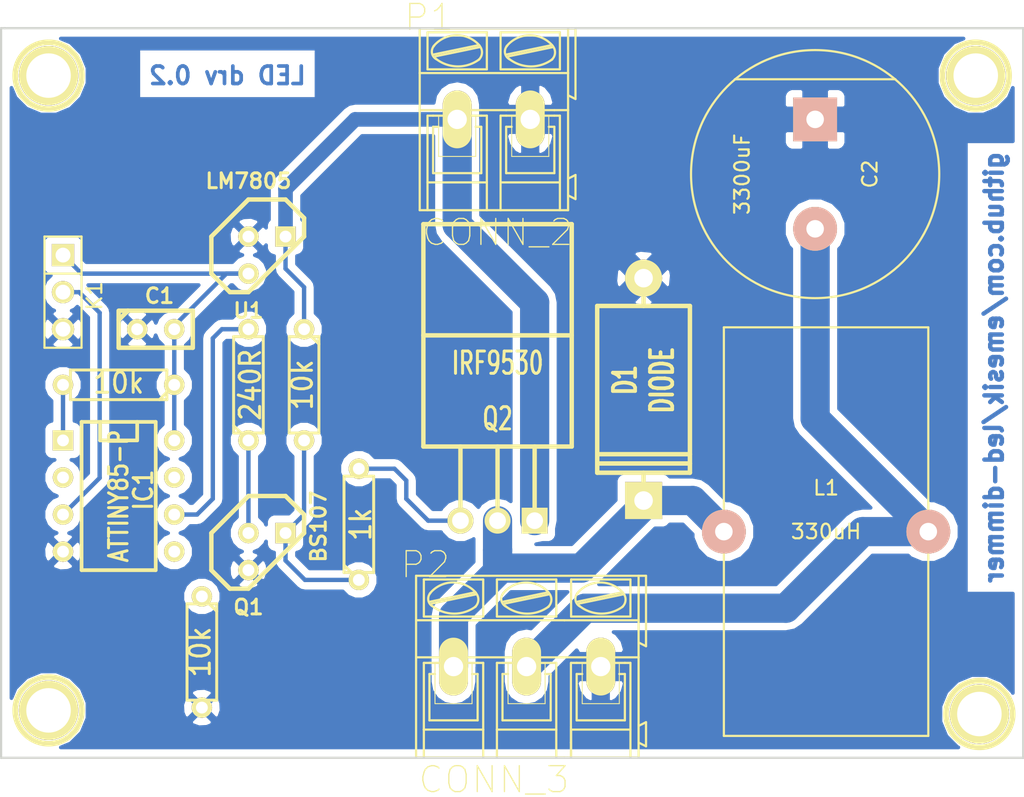
<source format=kicad_pcb>
(kicad_pcb (version 4) (host pcbnew "(2014-11-15 BZR 5288)-product")

  (general
    (links 29)
    (no_connects 1)
    (area 15.174999 12.33705 85.325001 67.83605)
    (thickness 1.6)
    (drawings 7)
    (tracks 55)
    (zones 0)
    (modules 20)
    (nets 15)
  )

  (page A4)
  (layers
    (0 F.Cu signal)
    (31 B.Cu signal)
    (32 B.Adhes user)
    (33 F.Adhes user)
    (34 B.Paste user)
    (35 F.Paste user)
    (36 B.SilkS user)
    (37 F.SilkS user)
    (38 B.Mask user)
    (39 F.Mask user)
    (40 Dwgs.User user)
    (41 Cmts.User user)
    (42 Eco1.User user)
    (43 Eco2.User user)
    (44 Edge.Cuts user)
  )

  (setup
    (last_trace_width 0.3)
    (user_trace_width 1)
    (user_trace_width 2)
    (user_trace_width 2.54)
    (trace_clearance 0.3)
    (zone_clearance 0.508)
    (zone_45_only no)
    (trace_min 0.3)
    (segment_width 0.2)
    (edge_width 0.15)
    (via_size 0.889)
    (via_drill 0.635)
    (via_min_size 0.889)
    (via_min_drill 0.508)
    (uvia_size 0.508)
    (uvia_drill 0.127)
    (uvias_allowed no)
    (uvia_min_size 0.508)
    (uvia_min_drill 0.127)
    (pcb_text_width 0.3)
    (pcb_text_size 1 1)
    (mod_edge_width 0.15)
    (mod_text_size 1 1)
    (mod_text_width 0.15)
    (pad_size 3 3)
    (pad_drill 1.2)
    (pad_to_mask_clearance 0)
    (aux_axis_origin 0 0)
    (visible_elements FFFFFFBF)
    (pcbplotparams
      (layerselection 0x00000_80000000)
      (usegerberextensions false)
      (excludeedgelayer true)
      (linewidth 0.150000)
      (plotframeref false)
      (viasonmask false)
      (mode 1)
      (useauxorigin false)
      (hpglpennumber 1)
      (hpglpenspeed 20)
      (hpglpendiameter 15)
      (hpglpenoverlay 2)
      (psnegative false)
      (psa4output false)
      (plotreference true)
      (plotvalue true)
      (plotinvisibletext false)
      (padsonsilk false)
      (subtractmaskfromsilk false)
      (outputformat 4)
      (mirror false)
      (drillshape 1)
      (scaleselection 1)
      (outputdirectory ""))
  )

  (net 0 "")
  (net 1 +12V)
  (net 2 GND)
  (net 3 POT)
  (net 4 PWM)
  (net 5 "Net-(C1-Pad2)")
  (net 6 "Net-(IC1-Pad1)")
  (net 7 "Net-(IC1-Pad2)")
  (net 8 "Net-(IC1-Pad5)")
  (net 9 "Net-(IC1-Pad7)")
  (net 10 "Net-(Q1-PadD)")
  (net 11 "Net-(Q1-PadG)")
  (net 12 "Net-(Q2-PadG)")
  (net 13 LED_filter)
  (net 14 LED_nofilter)

  (net_class Default "This is the default net class."
    (clearance 0.3)
    (trace_width 0.3)
    (via_dia 0.889)
    (via_drill 0.635)
    (uvia_dia 0.508)
    (uvia_drill 0.127)
    (add_net +12V)
    (add_net GND)
    (add_net LED_filter)
    (add_net LED_nofilter)
    (add_net "Net-(C1-Pad2)")
    (add_net "Net-(IC1-Pad1)")
    (add_net "Net-(IC1-Pad2)")
    (add_net "Net-(IC1-Pad5)")
    (add_net "Net-(IC1-Pad7)")
    (add_net "Net-(Q1-PadD)")
    (add_net "Net-(Q1-PadG)")
    (add_net "Net-(Q2-PadG)")
    (add_net POT)
    (add_net PWM)
  )

  (module TO220GDS (layer F.Cu) (tedit 546A21B4) (tstamp 5458A52C)
    (at 49.25 48.5 90)
    (descr "Transistor VMOS Irf530, TO220")
    (tags "TR TO220 DEV")
    (path /53B81717)
    (fp_text reference Q2 (at 6.985 0 180) (layer F.SilkS)
      (effects (font (size 1.524 1.016) (thickness 0.2032)))
    )
    (fp_text value IRF9530 (at 10.795 0 360) (layer F.SilkS)
      (effects (font (size 1.524 1.016) (thickness 0.2032)))
    )
    (fp_line (start 0 -2.54) (end 5.08 -2.54) (layer F.SilkS) (width 0.3048))
    (fp_line (start 0 0) (end 5.08 0) (layer F.SilkS) (width 0.3048))
    (fp_line (start 0 2.54) (end 5.08 2.54) (layer F.SilkS) (width 0.3048))
    (fp_line (start 5.08 -5.08) (end 20.32 -5.08) (layer F.SilkS) (width 0.3048))
    (fp_line (start 20.32 -5.08) (end 20.32 5.08) (layer F.SilkS) (width 0.3048))
    (fp_line (start 20.32 5.08) (end 5.08 5.08) (layer F.SilkS) (width 0.3048))
    (fp_line (start 5.08 5.08) (end 5.08 -5.08) (layer F.SilkS) (width 0.3048))
    (fp_line (start 12.7 5.08) (end 12.7 -5.08) (layer F.SilkS) (width 0.3048))
    (pad G thru_hole circle (at 0 -2.54 90) (size 1.778 1.778) (drill 1.143) (layers *.Cu *.Mask F.SilkS)
      (net 12 "Net-(Q2-PadG)"))
    (pad D thru_hole circle (at 0 0 90) (size 1.778 1.778) (drill 1.143) (layers *.Cu *.Mask F.SilkS)
      (net 14 LED_nofilter))
    (pad S thru_hole rect (at 0 2.54 90) (size 1.778 1.778) (drill 1.143) (layers *.Cu *.Mask F.SilkS)
      (net 1 +12V))
    (model discret/to220_horiz.wrl
      (at (xyz 0 0 0))
      (scale (xyz 1 1 1))
      (rotate (xyz 0 0 0))
    )
  )

  (module TO92 (layer F.Cu) (tedit 5458A6A2) (tstamp 5458A51C)
    (at 33.46 30.3)
    (descr "Transistor TO92 brochage type BC237")
    (tags "TR TO92")
    (path /53B6F437)
    (fp_text reference U1 (at -1.27 3.81) (layer F.SilkS)
      (effects (font (size 1.016 1.016) (thickness 0.2032)))
    )
    (fp_text value LM7805 (at -1.27 -5.08) (layer F.SilkS)
      (effects (font (size 1.016 1.016) (thickness 0.2032)))
    )
    (fp_line (start -1.27 2.54) (end 2.54 -1.27) (layer F.SilkS) (width 0.3048))
    (fp_line (start 2.54 -1.27) (end 2.54 -2.54) (layer F.SilkS) (width 0.3048))
    (fp_line (start 2.54 -2.54) (end 1.27 -3.81) (layer F.SilkS) (width 0.3048))
    (fp_line (start 1.27 -3.81) (end -1.27 -3.81) (layer F.SilkS) (width 0.3048))
    (fp_line (start -1.27 -3.81) (end -3.81 -1.27) (layer F.SilkS) (width 0.3048))
    (fp_line (start -3.81 -1.27) (end -3.81 1.27) (layer F.SilkS) (width 0.3048))
    (fp_line (start -3.81 1.27) (end -2.54 2.54) (layer F.SilkS) (width 0.3048))
    (fp_line (start -2.54 2.54) (end -1.27 2.54) (layer F.SilkS) (width 0.3048))
    (pad VI thru_hole rect (at 1.27 -1.27) (size 1.397 1.397) (drill 0.8128) (layers *.Cu *.Mask F.SilkS)
      (net 1 +12V))
    (pad GND thru_hole circle (at -1.27 -1.27) (size 1.397 1.397) (drill 0.8128) (layers *.Cu *.Mask F.SilkS)
      (net 2 GND))
    (pad VO thru_hole circle (at -1.27 1.27) (size 1.397 1.397) (drill 0.8128) (layers *.Cu *.Mask F.SilkS)
      (net 5 "Net-(C1-Pad2)"))
    (model discret/to98.wrl
      (at (xyz 0 0 0))
      (scale (xyz 1 1 1))
      (rotate (xyz 0 0 0))
    )
  )

  (module TO92DGS (layer F.Cu) (tedit 5464CE1E) (tstamp 5458A50D)
    (at 33.46 50.62)
    (descr "Transistor TO92 brochage type BC237")
    (tags "TR TO92")
    (path /54589D34)
    (fp_text reference Q1 (at -1.27 3.81) (layer F.SilkS)
      (effects (font (size 1.016 1.016) (thickness 0.2032)))
    )
    (fp_text value BS107 (at 3.53 -1.72 90) (layer F.SilkS)
      (effects (font (size 1.016 1.016) (thickness 0.2032)))
    )
    (fp_line (start -1.27 2.54) (end 2.54 -1.27) (layer F.SilkS) (width 0.3048))
    (fp_line (start 2.54 -1.27) (end 2.54 -2.54) (layer F.SilkS) (width 0.3048))
    (fp_line (start 2.54 -2.54) (end 1.27 -3.81) (layer F.SilkS) (width 0.3048))
    (fp_line (start 1.27 -3.81) (end -1.27 -3.81) (layer F.SilkS) (width 0.3048))
    (fp_line (start -1.27 -3.81) (end -3.81 -1.27) (layer F.SilkS) (width 0.3048))
    (fp_line (start -3.81 -1.27) (end -3.81 1.27) (layer F.SilkS) (width 0.3048))
    (fp_line (start -3.81 1.27) (end -2.54 2.54) (layer F.SilkS) (width 0.3048))
    (fp_line (start -2.54 2.54) (end -1.27 2.54) (layer F.SilkS) (width 0.3048))
    (pad D thru_hole rect (at 1.27 -1.27) (size 1.397 1.397) (drill 0.8128) (layers *.Cu *.Mask F.SilkS)
      (net 10 "Net-(Q1-PadD)"))
    (pad G thru_hole circle (at -1.27 -1.27) (size 1.397 1.397) (drill 0.8128) (layers *.Cu *.Mask F.SilkS)
      (net 11 "Net-(Q1-PadG)"))
    (pad S thru_hole circle (at -1.27 1.27) (size 1.397 1.397) (drill 0.8128) (layers *.Cu *.Mask F.SilkS)
      (net 2 GND))
    (model discret/to98.wrl
      (at (xyz 0 0 0))
      (scale (xyz 1 1 1))
      (rotate (xyz 0 0 0))
    )
  )

  (module R3 (layer F.Cu) (tedit 4E4C0E65) (tstamp 5458A53A)
    (at 23.3 39.19 180)
    (descr "Resitance 3 pas")
    (tags R)
    (path /53B6F5D5)
    (autoplace_cost180 10)
    (fp_text reference R10 (at 0 0.127 180) (layer F.SilkS) hide
      (effects (font (size 1.397 1.27) (thickness 0.2032)))
    )
    (fp_text value 10k (at 0 0.127 180) (layer F.SilkS)
      (effects (font (size 1.397 1.27) (thickness 0.2032)))
    )
    (fp_line (start -3.81 0) (end -3.302 0) (layer F.SilkS) (width 0.2032))
    (fp_line (start 3.81 0) (end 3.302 0) (layer F.SilkS) (width 0.2032))
    (fp_line (start 3.302 0) (end 3.302 -1.016) (layer F.SilkS) (width 0.2032))
    (fp_line (start 3.302 -1.016) (end -3.302 -1.016) (layer F.SilkS) (width 0.2032))
    (fp_line (start -3.302 -1.016) (end -3.302 1.016) (layer F.SilkS) (width 0.2032))
    (fp_line (start -3.302 1.016) (end 3.302 1.016) (layer F.SilkS) (width 0.2032))
    (fp_line (start 3.302 1.016) (end 3.302 0) (layer F.SilkS) (width 0.2032))
    (fp_line (start -3.302 -0.508) (end -2.794 -1.016) (layer F.SilkS) (width 0.2032))
    (pad 1 thru_hole circle (at -3.81 0 180) (size 1.397 1.397) (drill 0.8128) (layers *.Cu *.Mask F.SilkS)
      (net 5 "Net-(C1-Pad2)"))
    (pad 2 thru_hole circle (at 3.81 0 180) (size 1.397 1.397) (drill 0.8128) (layers *.Cu *.Mask F.SilkS)
      (net 6 "Net-(IC1-Pad1)"))
    (model discret/resistor.wrl
      (at (xyz 0 0 0))
      (scale (xyz 0.3 0.3 0.3))
      (rotate (xyz 0 0 0))
    )
  )

  (module R3 (layer F.Cu) (tedit 4E4C0E65) (tstamp 546D0510)
    (at 36 39.19 270)
    (descr "Resitance 3 pas")
    (tags R)
    (path /53B817CC)
    (autoplace_cost180 10)
    (fp_text reference R4 (at 0 0.127 270) (layer F.SilkS) hide
      (effects (font (size 1.397 1.27) (thickness 0.2032)))
    )
    (fp_text value 10k (at 0 0.127 270) (layer F.SilkS)
      (effects (font (size 1.397 1.27) (thickness 0.2032)))
    )
    (fp_line (start -3.81 0) (end -3.302 0) (layer F.SilkS) (width 0.2032))
    (fp_line (start 3.81 0) (end 3.302 0) (layer F.SilkS) (width 0.2032))
    (fp_line (start 3.302 0) (end 3.302 -1.016) (layer F.SilkS) (width 0.2032))
    (fp_line (start 3.302 -1.016) (end -3.302 -1.016) (layer F.SilkS) (width 0.2032))
    (fp_line (start -3.302 -1.016) (end -3.302 1.016) (layer F.SilkS) (width 0.2032))
    (fp_line (start -3.302 1.016) (end 3.302 1.016) (layer F.SilkS) (width 0.2032))
    (fp_line (start 3.302 1.016) (end 3.302 0) (layer F.SilkS) (width 0.2032))
    (fp_line (start -3.302 -0.508) (end -2.794 -1.016) (layer F.SilkS) (width 0.2032))
    (pad 1 thru_hole circle (at -3.81 0 270) (size 1.397 1.397) (drill 0.8128) (layers *.Cu *.Mask F.SilkS)
      (net 1 +12V))
    (pad 2 thru_hole circle (at 3.81 0 270) (size 1.397 1.397) (drill 0.8128) (layers *.Cu *.Mask F.SilkS)
      (net 10 "Net-(Q1-PadD)"))
    (model discret/resistor.wrl
      (at (xyz 0 0 0))
      (scale (xyz 0.3 0.3 0.3))
      (rotate (xyz 0 0 0))
    )
  )

  (module R3 (layer F.Cu) (tedit 4E4C0E65) (tstamp 5458A556)
    (at 39.75 48.75 90)
    (descr "Resitance 3 pas")
    (tags R)
    (path /53B81834)
    (autoplace_cost180 10)
    (fp_text reference R1 (at 0 0.127 90) (layer F.SilkS) hide
      (effects (font (size 1.397 1.27) (thickness 0.2032)))
    )
    (fp_text value 1k (at 0 0.127 90) (layer F.SilkS)
      (effects (font (size 1.397 1.27) (thickness 0.2032)))
    )
    (fp_line (start -3.81 0) (end -3.302 0) (layer F.SilkS) (width 0.2032))
    (fp_line (start 3.81 0) (end 3.302 0) (layer F.SilkS) (width 0.2032))
    (fp_line (start 3.302 0) (end 3.302 -1.016) (layer F.SilkS) (width 0.2032))
    (fp_line (start 3.302 -1.016) (end -3.302 -1.016) (layer F.SilkS) (width 0.2032))
    (fp_line (start -3.302 -1.016) (end -3.302 1.016) (layer F.SilkS) (width 0.2032))
    (fp_line (start -3.302 1.016) (end 3.302 1.016) (layer F.SilkS) (width 0.2032))
    (fp_line (start 3.302 1.016) (end 3.302 0) (layer F.SilkS) (width 0.2032))
    (fp_line (start -3.302 -0.508) (end -2.794 -1.016) (layer F.SilkS) (width 0.2032))
    (pad 1 thru_hole circle (at -3.81 0 90) (size 1.397 1.397) (drill 0.8128) (layers *.Cu *.Mask F.SilkS)
      (net 10 "Net-(Q1-PadD)"))
    (pad 2 thru_hole circle (at 3.81 0 90) (size 1.397 1.397) (drill 0.8128) (layers *.Cu *.Mask F.SilkS)
      (net 12 "Net-(Q2-PadG)"))
    (model discret/resistor.wrl
      (at (xyz 0 0 0))
      (scale (xyz 0.3 0.3 0.3))
      (rotate (xyz 0 0 0))
    )
  )

  (module R3 (layer F.Cu) (tedit 4E4C0E65) (tstamp 5458A564)
    (at 29 57.5 270)
    (descr "Resitance 3 pas")
    (tags R)
    (path /53B8196D)
    (autoplace_cost180 10)
    (fp_text reference R3 (at 0 0.127 270) (layer F.SilkS) hide
      (effects (font (size 1.397 1.27) (thickness 0.2032)))
    )
    (fp_text value 10k (at 0 0.127 270) (layer F.SilkS)
      (effects (font (size 1.397 1.27) (thickness 0.2032)))
    )
    (fp_line (start -3.81 0) (end -3.302 0) (layer F.SilkS) (width 0.2032))
    (fp_line (start 3.81 0) (end 3.302 0) (layer F.SilkS) (width 0.2032))
    (fp_line (start 3.302 0) (end 3.302 -1.016) (layer F.SilkS) (width 0.2032))
    (fp_line (start 3.302 -1.016) (end -3.302 -1.016) (layer F.SilkS) (width 0.2032))
    (fp_line (start -3.302 -1.016) (end -3.302 1.016) (layer F.SilkS) (width 0.2032))
    (fp_line (start -3.302 1.016) (end 3.302 1.016) (layer F.SilkS) (width 0.2032))
    (fp_line (start 3.302 1.016) (end 3.302 0) (layer F.SilkS) (width 0.2032))
    (fp_line (start -3.302 -0.508) (end -2.794 -1.016) (layer F.SilkS) (width 0.2032))
    (pad 1 thru_hole circle (at -3.81 0 270) (size 1.397 1.397) (drill 0.8128) (layers *.Cu *.Mask F.SilkS)
      (net 11 "Net-(Q1-PadG)"))
    (pad 2 thru_hole circle (at 3.81 0 270) (size 1.397 1.397) (drill 0.8128) (layers *.Cu *.Mask F.SilkS)
      (net 2 GND))
    (model discret/resistor.wrl
      (at (xyz 0 0 0))
      (scale (xyz 0.3 0.3 0.3))
      (rotate (xyz 0 0 0))
    )
  )

  (module R3 (layer F.Cu) (tedit 4E4C0E65) (tstamp 546D0501)
    (at 32.19 39.19 90)
    (descr "Resitance 3 pas")
    (tags R)
    (path /53B81E45)
    (autoplace_cost180 10)
    (fp_text reference R2 (at 0 0.127 90) (layer F.SilkS) hide
      (effects (font (size 1.397 1.27) (thickness 0.2032)))
    )
    (fp_text value 240R (at 0 0.127 90) (layer F.SilkS)
      (effects (font (size 1.397 1.27) (thickness 0.2032)))
    )
    (fp_line (start -3.81 0) (end -3.302 0) (layer F.SilkS) (width 0.2032))
    (fp_line (start 3.81 0) (end 3.302 0) (layer F.SilkS) (width 0.2032))
    (fp_line (start 3.302 0) (end 3.302 -1.016) (layer F.SilkS) (width 0.2032))
    (fp_line (start 3.302 -1.016) (end -3.302 -1.016) (layer F.SilkS) (width 0.2032))
    (fp_line (start -3.302 -1.016) (end -3.302 1.016) (layer F.SilkS) (width 0.2032))
    (fp_line (start -3.302 1.016) (end 3.302 1.016) (layer F.SilkS) (width 0.2032))
    (fp_line (start 3.302 1.016) (end 3.302 0) (layer F.SilkS) (width 0.2032))
    (fp_line (start -3.302 -0.508) (end -2.794 -1.016) (layer F.SilkS) (width 0.2032))
    (pad 1 thru_hole circle (at -3.81 0 90) (size 1.397 1.397) (drill 0.8128) (layers *.Cu *.Mask F.SilkS)
      (net 11 "Net-(Q1-PadG)"))
    (pad 2 thru_hole circle (at 3.81 0 90) (size 1.397 1.397) (drill 0.8128) (layers *.Cu *.Mask F.SilkS)
      (net 4 PWM))
    (model discret/resistor.wrl
      (at (xyz 0 0 0))
      (scale (xyz 0.3 0.3 0.3))
      (rotate (xyz 0 0 0))
    )
  )

  (module DIP-8__300 (layer F.Cu) (tedit 5464CE11) (tstamp 5458A591)
    (at 23.3 46.81 270)
    (descr "8 pins DIL package, round pads")
    (tags DIL)
    (path /53BB445F)
    (fp_text reference IC1 (at -0.41 -1.69 270) (layer F.SilkS)
      (effects (font (size 1.27 1.143) (thickness 0.2032)))
    )
    (fp_text value ATTINY85-P (at 0 0 270) (layer F.SilkS)
      (effects (font (size 1.27 1.016) (thickness 0.2032)))
    )
    (fp_line (start -5.08 -1.27) (end -3.81 -1.27) (layer F.SilkS) (width 0.254))
    (fp_line (start -3.81 -1.27) (end -3.81 1.27) (layer F.SilkS) (width 0.254))
    (fp_line (start -3.81 1.27) (end -5.08 1.27) (layer F.SilkS) (width 0.254))
    (fp_line (start -5.08 -2.54) (end 5.08 -2.54) (layer F.SilkS) (width 0.254))
    (fp_line (start 5.08 -2.54) (end 5.08 2.54) (layer F.SilkS) (width 0.254))
    (fp_line (start 5.08 2.54) (end -5.08 2.54) (layer F.SilkS) (width 0.254))
    (fp_line (start -5.08 2.54) (end -5.08 -2.54) (layer F.SilkS) (width 0.254))
    (pad 1 thru_hole rect (at -3.81 3.81 270) (size 1.397 1.397) (drill 0.8128) (layers *.Cu *.Mask F.SilkS)
      (net 6 "Net-(IC1-Pad1)"))
    (pad 2 thru_hole circle (at -1.27 3.81 270) (size 1.397 1.397) (drill 0.8128) (layers *.Cu *.Mask F.SilkS)
      (net 7 "Net-(IC1-Pad2)"))
    (pad 3 thru_hole circle (at 1.27 3.81 270) (size 1.397 1.397) (drill 0.8128) (layers *.Cu *.Mask F.SilkS)
      (net 3 POT))
    (pad 4 thru_hole circle (at 3.81 3.81 270) (size 1.397 1.397) (drill 0.8128) (layers *.Cu *.Mask F.SilkS)
      (net 2 GND))
    (pad 5 thru_hole circle (at 3.81 -3.81 270) (size 1.397 1.397) (drill 0.8128) (layers *.Cu *.Mask F.SilkS)
      (net 8 "Net-(IC1-Pad5)"))
    (pad 6 thru_hole circle (at 1.27 -3.81 270) (size 1.397 1.397) (drill 0.8128) (layers *.Cu *.Mask F.SilkS)
      (net 4 PWM))
    (pad 7 thru_hole circle (at -1.27 -3.81 270) (size 1.397 1.397) (drill 0.8128) (layers *.Cu *.Mask F.SilkS)
      (net 9 "Net-(IC1-Pad7)"))
    (pad 8 thru_hole circle (at -3.81 -3.81 270) (size 1.397 1.397) (drill 0.8128) (layers *.Cu *.Mask F.SilkS)
      (net 5 "Net-(C1-Pad2)"))
    (model dil/dil_8.wrl
      (at (xyz 0 0 0))
      (scale (xyz 1 1 1))
      (rotate (xyz 0 0 0))
    )
  )

  (module PIN_ARRAY_3X1 (layer F.Cu) (tedit 4C1130E0) (tstamp 5458B4D8)
    (at 19.49 32.84 270)
    (descr "Connecteur 3 pins")
    (tags "CONN DEV")
    (path /54589544)
    (fp_text reference K1 (at 0.254 -2.159 270) (layer F.SilkS)
      (effects (font (size 1.016 1.016) (thickness 0.1524)))
    )
    (fp_text value CONN_3 (at 0 -2.159 270) (layer F.SilkS) hide
      (effects (font (size 1.016 1.016) (thickness 0.1524)))
    )
    (fp_line (start -3.81 1.27) (end -3.81 -1.27) (layer F.SilkS) (width 0.1524))
    (fp_line (start -3.81 -1.27) (end 3.81 -1.27) (layer F.SilkS) (width 0.1524))
    (fp_line (start 3.81 -1.27) (end 3.81 1.27) (layer F.SilkS) (width 0.1524))
    (fp_line (start 3.81 1.27) (end -3.81 1.27) (layer F.SilkS) (width 0.1524))
    (fp_line (start -1.27 -1.27) (end -1.27 1.27) (layer F.SilkS) (width 0.1524))
    (pad 1 thru_hole rect (at -2.54 0 270) (size 1.524 1.524) (drill 1.016) (layers *.Cu *.Mask F.SilkS)
      (net 5 "Net-(C1-Pad2)"))
    (pad 2 thru_hole circle (at 0 0 270) (size 1.524 1.524) (drill 1.016) (layers *.Cu *.Mask F.SilkS)
      (net 3 POT))
    (pad 3 thru_hole circle (at 2.54 0 270) (size 1.524 1.524) (drill 1.016) (layers *.Cu *.Mask F.SilkS)
      (net 2 GND))
    (model pin_array/pins_array_3x1.wrl
      (at (xyz 0 0 0))
      (scale (xyz 1 1 1))
      (rotate (xyz 0 0 0))
    )
  )

  (module DTP-23 (layer F.Cu) (tedit 546D02D1) (tstamp 5458B4E4)
    (at 71.75 49.25)
    (path /53B7D1F6)
    (fp_text reference L1 (at 0 -3) (layer F.SilkS)
      (effects (font (size 1 1) (thickness 0.15)))
    )
    (fp_text value 330uH (at 0 0 180) (layer F.SilkS)
      (effects (font (size 1 1) (thickness 0.15)))
    )
    (fp_line (start -7 0) (end -7 -14) (layer F.SilkS) (width 0.15))
    (fp_line (start -7 -14) (end 7 -14) (layer F.SilkS) (width 0.15))
    (fp_line (start 7 -14) (end 7 0) (layer F.SilkS) (width 0.15))
    (fp_line (start 7 0) (end 7 14) (layer F.SilkS) (width 0.15))
    (fp_line (start 7 14) (end -7 14) (layer F.SilkS) (width 0.15))
    (fp_line (start -7 14) (end -7 0) (layer F.SilkS) (width 0.15))
    (pad 1 thru_hole circle (at -7 0) (size 3 3) (drill 1.2) (layers *.Cu *.SilkS *.Mask)
      (net 14 LED_nofilter))
    (pad 2 thru_hole circle (at 7 0) (size 3 3) (drill 1.2) (layers *.Cu *.SilkS *.Mask)
      (net 13 LED_filter))
  )

  (module D6 (layer F.Cu) (tedit 546D06B7) (tstamp 5458B4F2)
    (at 59.25 39.5 270)
    (descr "Diode 6 pas")
    (tags DIODE)
    (path /53B8172D)
    (fp_text reference D1 (at -0.635 1.27 270) (layer F.SilkS)
      (effects (font (size 1.524 1.016) (thickness 0.3048)))
    )
    (fp_text value DIODE (at -0.635 -1.27 270) (layer F.SilkS)
      (effects (font (size 1.524 1.016) (thickness 0.3048)))
    )
    (fp_line (start -5.715 -3.175) (end -5.715 3.175) (layer F.SilkS) (width 0.3048))
    (fp_line (start -5.715 3.175) (end 5.715 3.175) (layer F.SilkS) (width 0.3048))
    (fp_line (start 5.715 3.175) (end 5.715 -3.175) (layer F.SilkS) (width 0.3048))
    (fp_line (start 5.715 -3.175) (end -5.715 -3.175) (layer F.SilkS) (width 0.3048))
    (fp_line (start 5.08 -3.175) (end 5.08 3.175) (layer F.SilkS) (width 0.3048))
    (fp_line (start 4.445 3.175) (end 4.445 -3.175) (layer F.SilkS) (width 0.3048))
    (fp_line (start 5.715 0) (end 7.62 0) (layer F.SilkS) (width 0.3048))
    (fp_line (start -5.715 0) (end -7.62 0) (layer F.SilkS) (width 0.3048))
    (pad 1 thru_hole circle (at -7.62 0 270) (size 2.54 2.54) (drill 1.27) (layers *.Cu *.Mask F.SilkS)
      (net 2 GND) (zone_connect 1) (thermal_width 2))
    (pad 2 thru_hole rect (at 7.62 0 270) (size 2.54 2.54) (drill 1.27) (layers *.Cu *.Mask F.SilkS)
      (net 14 LED_nofilter))
    (model discret/diode.wrl
      (at (xyz 0 0 0))
      (scale (xyz 0.6 0.6 0.6))
      (rotate (xyz 0 0 0))
    )
  )

  (module C1 (layer F.Cu) (tedit 3F92C496) (tstamp 5458B83E)
    (at 25.84 35.38)
    (descr "Condensateur e = 1 pas")
    (tags C)
    (path /53B6F594)
    (fp_text reference C1 (at 0.254 -2.286) (layer F.SilkS)
      (effects (font (size 1.016 1.016) (thickness 0.2032)))
    )
    (fp_text value 100n (at 0 -2.286) (layer F.SilkS) hide
      (effects (font (size 1.016 1.016) (thickness 0.2032)))
    )
    (fp_line (start -2.4892 -1.27) (end 2.54 -1.27) (layer F.SilkS) (width 0.3048))
    (fp_line (start 2.54 -1.27) (end 2.54 1.27) (layer F.SilkS) (width 0.3048))
    (fp_line (start 2.54 1.27) (end -2.54 1.27) (layer F.SilkS) (width 0.3048))
    (fp_line (start -2.54 1.27) (end -2.54 -1.27) (layer F.SilkS) (width 0.3048))
    (fp_line (start -2.54 -0.635) (end -1.905 -1.27) (layer F.SilkS) (width 0.3048))
    (pad 1 thru_hole circle (at -1.27 0) (size 1.397 1.397) (drill 0.8128) (layers *.Cu *.Mask F.SilkS)
      (net 2 GND))
    (pad 2 thru_hole circle (at 1.27 0) (size 1.397 1.397) (drill 0.8128) (layers *.Cu *.Mask F.SilkS)
      (net 5 "Net-(C1-Pad2)"))
    (model discret/capa_1_pas.wrl
      (at (xyz 0 0 0))
      (scale (xyz 1 1 1))
      (rotate (xyz 0 0 0))
    )
  )

  (module C17mm (layer F.Cu) (tedit 546D06BD) (tstamp 5458B938)
    (at 71 24.75 270)
    (path /53B6F4DC)
    (fp_text reference C2 (at 0 -3.75 270) (layer F.SilkS)
      (effects (font (size 1 1) (thickness 0.15)))
    )
    (fp_text value 3300uF (at 0 5 270) (layer F.SilkS)
      (effects (font (size 1 1) (thickness 0.15)))
    )
    (fp_line (start -6.5 -5.5) (end -6.5 5.5) (layer F.SilkS) (width 0.15))
    (fp_circle (center 0 0) (end 0 8.5) (layer F.SilkS) (width 0.15))
    (pad 2 thru_hole rect (at -3.75 0 270) (size 3 3) (drill 1.2) (layers *.Cu *.SilkS *.Mask)
      (net 2 GND) (zone_connect 1) (thermal_width 2))
    (pad 1 thru_hole circle (at 3.75 0 270) (size 3 3) (drill 1.2) (layers *.Cu *.SilkS *.Mask)
      (net 13 LED_filter))
  )

  (module 1pin (layer F.Cu) (tedit 5458BEAB) (tstamp 54591949)
    (at 18.5 18)
    (descr "module 1 pin (ou trou mecanique de percage)")
    (tags DEV)
    (path 1pin)
    (fp_text reference "" (at 0 -3.048) (layer F.SilkS)
      (effects (font (size 1.016 1.016) (thickness 0.254)))
    )
    (fp_text value "" (at 0 2.794) (layer F.SilkS) hide
      (effects (font (size 1.016 1.016) (thickness 0.254)))
    )
    (fp_circle (center 0 0) (end 0 -2.286) (layer F.SilkS) (width 0.381))
    (pad 1 thru_hole circle (at 0 0) (size 4.064 4.064) (drill 3.048) (layers *.Cu *.Mask F.SilkS))
  )

  (module 1pin (layer F.Cu) (tedit 5458BEB9) (tstamp 545917EF)
    (at 18.5 61.5)
    (descr "module 1 pin (ou trou mecanique de percage)")
    (tags DEV)
    (path 1pin)
    (autoplace_cost180 6)
    (fp_text reference "" (at 0 -3.048) (layer F.SilkS)
      (effects (font (size 1.016 1.016) (thickness 0.254)))
    )
    (fp_text value "" (at 0 2.794) (layer F.SilkS) hide
      (effects (font (size 1.016 1.016) (thickness 0.254)))
    )
    (fp_circle (center 0 0) (end 0 -2.286) (layer F.SilkS) (width 0.381))
    (pad 1 thru_hole circle (at 0 0) (size 4.064 4.064) (drill 3.048) (layers *.Cu *.Mask F.SilkS))
  )

  (module 1pin (layer F.Cu) (tedit 5458BE9B) (tstamp 545917FA)
    (at 82.25 61.75)
    (descr "module 1 pin (ou trou mecanique de percage)")
    (tags DEV)
    (path 1pin)
    (autoplace_cost90 8)
    (fp_text reference "" (at 0 -3.048) (layer F.SilkS)
      (effects (font (size 1.016 1.016) (thickness 0.254)))
    )
    (fp_text value "" (at 0 2.794) (layer F.SilkS) hide
      (effects (font (size 1.016 1.016) (thickness 0.254)))
    )
    (fp_circle (center 0 0) (end 0 -2.286) (layer F.SilkS) (width 0.381))
    (pad 1 thru_hole circle (at 0 0) (size 4.064 4.064) (drill 3.048) (layers *.Cu *.Mask F.SilkS))
  )

  (module 1pin (layer F.Cu) (tedit 5458BEA2) (tstamp 54591805)
    (at 82 18)
    (descr "module 1 pin (ou trou mecanique de percage)")
    (tags DEV)
    (path 1pin)
    (fp_text reference "" (at 0 -3.048) (layer F.SilkS)
      (effects (font (size 1.016 1.016) (thickness 0.254)))
    )
    (fp_text value "" (at 0 2.794) (layer F.SilkS) hide
      (effects (font (size 1.016 1.016) (thickness 0.254)))
    )
    (fp_circle (center 0 0) (end 0 -2.286) (layer F.SilkS) (width 0.381))
    (pad 1 thru_hole circle (at 0 0) (size 4.064 4.064) (drill 3.048) (layers *.Cu *.Mask F.SilkS))
  )

  (module Connect:AK300-2 (layer F.Cu) (tedit 546D06B1) (tstamp 546D0111)
    (at 49 21)
    (descr CONNECTOR)
    (tags CONNECTOR)
    (path /54589691)
    (attr virtual)
    (fp_text reference P1 (at -4.445 -6.985) (layer F.SilkS)
      (effects (font (size 1.778 1.778) (thickness 0.0889)))
    )
    (fp_text value CONN_2 (at 0.254 7.747) (layer F.SilkS)
      (effects (font (size 1.778 1.778) (thickness 0.0889)))
    )
    (fp_line (start -3.7846 2.54) (end -1.2446 2.54) (layer F.SilkS) (width 0.06604))
    (fp_line (start -1.2446 2.54) (end -1.2446 -0.254) (layer F.SilkS) (width 0.06604))
    (fp_line (start -3.7846 -0.254) (end -1.2446 -0.254) (layer F.SilkS) (width 0.06604))
    (fp_line (start -3.7846 2.54) (end -3.7846 -0.254) (layer F.SilkS) (width 0.06604))
    (fp_line (start 1.2192 2.54) (end 3.7592 2.54) (layer F.SilkS) (width 0.06604))
    (fp_line (start 3.7592 2.54) (end 3.7592 -0.254) (layer F.SilkS) (width 0.06604))
    (fp_line (start 1.2192 -0.254) (end 3.7592 -0.254) (layer F.SilkS) (width 0.06604))
    (fp_line (start 1.2192 2.54) (end 1.2192 -0.254) (layer F.SilkS) (width 0.06604))
    (fp_line (start 5.08 -6.223) (end 5.08 -3.175) (layer F.SilkS) (width 0.1524))
    (fp_line (start 5.08 -6.223) (end -5.08 -6.223) (layer F.SilkS) (width 0.1524))
    (fp_line (start 5.08 -6.223) (end 5.588 -6.223) (layer F.SilkS) (width 0.1524))
    (fp_line (start 5.588 -6.223) (end 5.588 -1.397) (layer F.SilkS) (width 0.1524))
    (fp_line (start 5.588 -1.397) (end 5.08 -1.651) (layer F.SilkS) (width 0.1524))
    (fp_line (start 5.588 5.461) (end 5.08 5.207) (layer F.SilkS) (width 0.1524))
    (fp_line (start 5.08 5.207) (end 5.08 6.223) (layer F.SilkS) (width 0.1524))
    (fp_line (start 5.588 3.81) (end 5.08 4.064) (layer F.SilkS) (width 0.1524))
    (fp_line (start 5.08 4.064) (end 5.08 5.207) (layer F.SilkS) (width 0.1524))
    (fp_line (start 5.588 3.81) (end 5.588 5.461) (layer F.SilkS) (width 0.1524))
    (fp_line (start 0.4572 6.223) (end 0.4572 4.318) (layer F.SilkS) (width 0.1524))
    (fp_line (start 4.5212 -0.254) (end 4.5212 4.318) (layer F.SilkS) (width 0.1524))
    (fp_line (start 0.4572 6.223) (end 4.5212 6.223) (layer F.SilkS) (width 0.1524))
    (fp_line (start 4.5212 6.223) (end 5.08 6.223) (layer F.SilkS) (width 0.1524))
    (fp_line (start -0.4826 6.223) (end -0.4826 4.318) (layer F.SilkS) (width 0.1524))
    (fp_line (start -0.4826 6.223) (end 0.4572 6.223) (layer F.SilkS) (width 0.1524))
    (fp_line (start -4.5466 -0.254) (end -4.5466 4.318) (layer F.SilkS) (width 0.1524))
    (fp_line (start -5.08 6.223) (end -4.5466 6.223) (layer F.SilkS) (width 0.1524))
    (fp_line (start -4.5466 6.223) (end -0.4826 6.223) (layer F.SilkS) (width 0.1524))
    (fp_line (start 0.4572 4.318) (end 4.5212 4.318) (layer F.SilkS) (width 0.1524))
    (fp_line (start 0.4572 4.318) (end 0.4572 -0.254) (layer F.SilkS) (width 0.1524))
    (fp_line (start 4.5212 4.318) (end 4.5212 6.223) (layer F.SilkS) (width 0.1524))
    (fp_line (start -0.4826 4.318) (end -4.5466 4.318) (layer F.SilkS) (width 0.1524))
    (fp_line (start -0.4826 4.318) (end -0.4826 -0.254) (layer F.SilkS) (width 0.1524))
    (fp_line (start -4.5466 4.318) (end -4.5466 6.223) (layer F.SilkS) (width 0.1524))
    (fp_line (start 4.1402 3.683) (end 4.1402 0.508) (layer F.SilkS) (width 0.1524))
    (fp_line (start 4.1402 3.683) (end 0.8382 3.683) (layer F.SilkS) (width 0.1524))
    (fp_line (start 0.8382 3.683) (end 0.8382 0.508) (layer F.SilkS) (width 0.1524))
    (fp_line (start -0.8636 3.683) (end -0.8636 0.508) (layer F.SilkS) (width 0.1524))
    (fp_line (start -0.8636 3.683) (end -4.1656 3.683) (layer F.SilkS) (width 0.1524))
    (fp_line (start -4.1656 3.683) (end -4.1656 0.508) (layer F.SilkS) (width 0.1524))
    (fp_line (start -4.1656 0.508) (end -3.7846 0.508) (layer F.SilkS) (width 0.1524))
    (fp_line (start -0.8636 0.508) (end -1.2446 0.508) (layer F.SilkS) (width 0.1524))
    (fp_line (start 0.8382 0.508) (end 1.2192 0.508) (layer F.SilkS) (width 0.1524))
    (fp_line (start 4.1402 0.508) (end 3.7592 0.508) (layer F.SilkS) (width 0.1524))
    (fp_line (start -5.08 6.223) (end -5.08 -0.635) (layer F.SilkS) (width 0.1524))
    (fp_line (start -5.08 -0.635) (end -5.08 -3.175) (layer F.SilkS) (width 0.1524))
    (fp_line (start 5.08 -1.651) (end 5.08 -0.635) (layer F.SilkS) (width 0.1524))
    (fp_line (start 5.08 -0.635) (end 5.08 4.064) (layer F.SilkS) (width 0.1524))
    (fp_line (start -5.08 -3.175) (end 5.08 -3.175) (layer F.SilkS) (width 0.1524))
    (fp_line (start -5.08 -3.175) (end -5.08 -6.223) (layer F.SilkS) (width 0.1524))
    (fp_line (start 5.08 -3.175) (end 5.08 -1.651) (layer F.SilkS) (width 0.1524))
    (fp_line (start 0.4572 -3.429) (end 0.4572 -5.969) (layer F.SilkS) (width 0.1524))
    (fp_line (start 0.4572 -5.969) (end 4.5212 -5.969) (layer F.SilkS) (width 0.1524))
    (fp_line (start 4.5212 -5.969) (end 4.5212 -3.429) (layer F.SilkS) (width 0.1524))
    (fp_line (start 4.5212 -3.429) (end 0.4572 -3.429) (layer F.SilkS) (width 0.1524))
    (fp_line (start -0.4826 -3.429) (end -0.4826 -5.969) (layer F.SilkS) (width 0.1524))
    (fp_line (start -0.4826 -3.429) (end -4.5466 -3.429) (layer F.SilkS) (width 0.1524))
    (fp_line (start -4.5466 -3.429) (end -4.5466 -5.969) (layer F.SilkS) (width 0.1524))
    (fp_line (start -0.4826 -5.969) (end -4.5466 -5.969) (layer F.SilkS) (width 0.1524))
    (fp_line (start 0.8636 -4.445) (end 3.9116 -5.08) (layer F.SilkS) (width 0.1524))
    (fp_line (start 0.9906 -4.318) (end 4.0386 -4.953) (layer F.SilkS) (width 0.1524))
    (fp_line (start -4.1402 -4.445) (end -1.08966 -5.08) (layer F.SilkS) (width 0.1524))
    (fp_line (start -4.0132 -4.318) (end -0.9652 -4.953) (layer F.SilkS) (width 0.1524))
    (fp_line (start -4.5466 -0.254) (end -4.1656 -0.254) (layer F.SilkS) (width 0.1524))
    (fp_line (start -0.4826 -0.254) (end -0.8636 -0.254) (layer F.SilkS) (width 0.1524))
    (fp_line (start -0.8636 -0.254) (end -4.1656 -0.254) (layer F.SilkS) (width 0.1524))
    (fp_line (start -5.08 -0.635) (end -4.1656 -0.635) (layer F.SilkS) (width 0.1524))
    (fp_line (start -4.1656 -0.635) (end -0.8636 -0.635) (layer F.SilkS) (width 0.1524))
    (fp_line (start -0.8636 -0.635) (end 0.8382 -0.635) (layer F.SilkS) (width 0.1524))
    (fp_line (start 5.08 -0.635) (end 4.1402 -0.635) (layer F.SilkS) (width 0.1524))
    (fp_line (start 4.1402 -0.635) (end 0.8382 -0.635) (layer F.SilkS) (width 0.1524))
    (fp_line (start 4.5212 -0.254) (end 4.1402 -0.254) (layer F.SilkS) (width 0.1524))
    (fp_line (start 0.4572 -0.254) (end 0.8382 -0.254) (layer F.SilkS) (width 0.1524))
    (fp_line (start 0.8382 -0.254) (end 4.1402 -0.254) (layer F.SilkS) (width 0.1524))
    (fp_arc (start 3.5052 -4.59486) (end 4.01066 -5.05206) (angle 90.5) (layer F.SilkS) (width 0.1524))
    (fp_arc (start 2.54 -6.0706) (end 4.00304 -4.11734) (angle 75.5) (layer F.SilkS) (width 0.1524))
    (fp_arc (start 2.46126 -3.7084) (end 0.8636 -5.0038) (angle 100) (layer F.SilkS) (width 0.1524))
    (fp_arc (start 1.3462 -4.64566) (end 1.05664 -4.1275) (angle 104.2) (layer F.SilkS) (width 0.1524))
    (fp_arc (start -1.4986 -4.59486) (end -0.9906 -5.05206) (angle 90.5) (layer F.SilkS) (width 0.1524))
    (fp_arc (start -2.46126 -6.0706) (end -0.99822 -4.11734) (angle 75.5) (layer F.SilkS) (width 0.1524))
    (fp_arc (start -2.53746 -3.7084) (end -4.1402 -5.0038) (angle 100) (layer F.SilkS) (width 0.1524))
    (fp_arc (start -3.6576 -4.64566) (end -3.94462 -4.1275) (angle 104.2) (layer F.SilkS) (width 0.1524))
    (pad 1 thru_hole oval (at -2.5146 0) (size 1.9812 3.9624) (drill 1.3208) (layers *.Cu F.Paste F.SilkS F.Mask)
      (net 1 +12V))
    (pad 2 thru_hole oval (at 2.4892 0) (size 1.9812 3.9624) (drill 1.3208) (layers *.Cu F.Paste F.SilkS F.Mask)
      (net 2 GND) (zone_connect 1) (thermal_width 2))
  )

  (module local:AK300-3 (layer F.Cu) (tedit 546D069F) (tstamp 546D0118)
    (at 48.75 58.5)
    (descr CONNECTOR)
    (tags CONNECTOR)
    (path /546CFEA7)
    (attr virtual)
    (fp_text reference P2 (at -4.445 -6.985) (layer F.SilkS)
      (effects (font (size 1.778 1.778) (thickness 0.0889)))
    )
    (fp_text value CONN_3 (at 0.254 7.747) (layer F.SilkS)
      (effects (font (size 1.778 1.778) (thickness 0.0889)))
    )
    (fp_line (start 10.16 -0.635) (end -5.0165 -0.635) (layer F.SilkS) (width 0.15))
    (fp_line (start 5.5245 4.0005) (end 5.5245 -0.254) (layer F.SilkS) (width 0.15))
    (fp_line (start 9.5885 6.223) (end 5.08 6.223) (layer F.SilkS) (width 0.15))
    (fp_line (start 5.08 -3.175) (end 10.0965 -3.175) (layer F.SilkS) (width 0.15))
    (fp_line (start -5.08 -6.223) (end 10.16 -6.223) (layer F.SilkS) (width 0.15))
    (fp_arc (start 6.4262 -4.64566) (end 6.13664 -4.1275) (angle 104.2) (layer F.SilkS) (width 0.1524))
    (fp_arc (start 7.54126 -3.7084) (end 5.9436 -5.0038) (angle 100) (layer F.SilkS) (width 0.1524))
    (fp_arc (start 7.62 -6.0706) (end 9.08304 -4.11734) (angle 75.5) (layer F.SilkS) (width 0.1524))
    (fp_arc (start 8.5852 -4.59486) (end 9.09066 -5.05206) (angle 90.5) (layer F.SilkS) (width 0.1524))
    (fp_line (start 5.9182 -0.254) (end 9.2202 -0.254) (layer F.SilkS) (width 0.1524))
    (fp_line (start 5.5372 -0.254) (end 5.9182 -0.254) (layer F.SilkS) (width 0.1524))
    (fp_line (start 9.6012 -0.254) (end 9.2202 -0.254) (layer F.SilkS) (width 0.1524))
    (fp_line (start 6.0706 -4.318) (end 9.1186 -4.953) (layer F.SilkS) (width 0.1524))
    (fp_line (start 5.9436 -4.445) (end 8.9916 -5.08) (layer F.SilkS) (width 0.1524))
    (fp_line (start 9.6012 -3.429) (end 5.5372 -3.429) (layer F.SilkS) (width 0.1524))
    (fp_line (start 9.6012 -5.969) (end 9.6012 -3.429) (layer F.SilkS) (width 0.1524))
    (fp_line (start 5.5372 -5.969) (end 9.6012 -5.969) (layer F.SilkS) (width 0.1524))
    (fp_line (start 5.5372 -3.429) (end 5.5372 -5.969) (layer F.SilkS) (width 0.1524))
    (fp_line (start 10.16 -3.175) (end 10.16 -1.651) (layer F.SilkS) (width 0.1524))
    (fp_line (start 10.16 -0.635) (end 10.16 4.064) (layer F.SilkS) (width 0.1524))
    (fp_line (start 10.16 -1.651) (end 10.16 -0.635) (layer F.SilkS) (width 0.1524))
    (fp_line (start 9.2202 0.508) (end 8.8392 0.508) (layer F.SilkS) (width 0.1524))
    (fp_line (start 5.9182 0.508) (end 6.2992 0.508) (layer F.SilkS) (width 0.1524))
    (fp_line (start 5.9182 3.683) (end 5.9182 0.508) (layer F.SilkS) (width 0.1524))
    (fp_line (start 9.2202 3.683) (end 5.9182 3.683) (layer F.SilkS) (width 0.1524))
    (fp_line (start 9.2202 3.683) (end 9.2202 0.508) (layer F.SilkS) (width 0.1524))
    (fp_line (start 9.6012 4.318) (end 9.6012 6.223) (layer F.SilkS) (width 0.1524))
    (fp_line (start 5.5372 4.318) (end 9.6012 4.318) (layer F.SilkS) (width 0.1524))
    (fp_line (start 9.6012 6.223) (end 10.16 6.223) (layer F.SilkS) (width 0.1524))
    (fp_line (start 9.6012 -0.254) (end 9.6012 4.318) (layer F.SilkS) (width 0.1524))
    (fp_line (start 5.5372 6.223) (end 5.5372 4.318) (layer F.SilkS) (width 0.1524))
    (fp_line (start 10.668 3.81) (end 10.668 5.461) (layer F.SilkS) (width 0.1524))
    (fp_line (start 10.16 4.064) (end 10.16 5.207) (layer F.SilkS) (width 0.1524))
    (fp_line (start 10.668 3.81) (end 10.16 4.064) (layer F.SilkS) (width 0.1524))
    (fp_line (start 10.16 5.207) (end 10.16 6.223) (layer F.SilkS) (width 0.1524))
    (fp_line (start 10.668 5.461) (end 10.16 5.207) (layer F.SilkS) (width 0.1524))
    (fp_line (start 10.668 -1.397) (end 10.16 -1.651) (layer F.SilkS) (width 0.1524))
    (fp_line (start 10.668 -6.223) (end 10.668 -1.397) (layer F.SilkS) (width 0.1524))
    (fp_line (start 10.16 -6.223) (end 10.668 -6.223) (layer F.SilkS) (width 0.1524))
    (fp_line (start 10.16 -6.223) (end 10.16 -3.175) (layer F.SilkS) (width 0.1524))
    (fp_line (start 6.2992 2.54) (end 6.2992 -0.254) (layer F.SilkS) (width 0.06604))
    (fp_line (start 6.2992 -0.254) (end 8.8392 -0.254) (layer F.SilkS) (width 0.06604))
    (fp_line (start 8.8392 2.54) (end 8.8392 -0.254) (layer F.SilkS) (width 0.06604))
    (fp_line (start 6.2992 2.54) (end 8.8392 2.54) (layer F.SilkS) (width 0.06604))
    (fp_line (start -3.7846 2.54) (end -1.2446 2.54) (layer F.SilkS) (width 0.06604))
    (fp_line (start -1.2446 2.54) (end -1.2446 -0.254) (layer F.SilkS) (width 0.06604))
    (fp_line (start -3.7846 -0.254) (end -1.2446 -0.254) (layer F.SilkS) (width 0.06604))
    (fp_line (start -3.7846 2.54) (end -3.7846 -0.254) (layer F.SilkS) (width 0.06604))
    (fp_line (start 1.2192 2.54) (end 3.7592 2.54) (layer F.SilkS) (width 0.06604))
    (fp_line (start 3.7592 2.54) (end 3.7592 -0.254) (layer F.SilkS) (width 0.06604))
    (fp_line (start 1.2192 -0.254) (end 3.7592 -0.254) (layer F.SilkS) (width 0.06604))
    (fp_line (start 1.2192 2.54) (end 1.2192 -0.254) (layer F.SilkS) (width 0.06604))
    (fp_line (start 5.5245 5.207) (end 5.5245 6.223) (layer F.SilkS) (width 0.1524))
    (fp_line (start 5.5245 4.064) (end 5.5245 5.207) (layer F.SilkS) (width 0.1524))
    (fp_line (start 0.4572 6.223) (end 0.4572 4.318) (layer F.SilkS) (width 0.1524))
    (fp_line (start 4.5212 -0.254) (end 4.5212 4.318) (layer F.SilkS) (width 0.1524))
    (fp_line (start 0.4572 6.223) (end 4.5212 6.223) (layer F.SilkS) (width 0.1524))
    (fp_line (start 4.5212 6.223) (end 5.08 6.223) (layer F.SilkS) (width 0.1524))
    (fp_line (start -0.4826 6.223) (end -0.4826 4.318) (layer F.SilkS) (width 0.1524))
    (fp_line (start -0.4826 6.223) (end 0.4572 6.223) (layer F.SilkS) (width 0.1524))
    (fp_line (start -4.5466 -0.254) (end -4.5466 4.318) (layer F.SilkS) (width 0.1524))
    (fp_line (start -5.08 6.223) (end -4.5466 6.223) (layer F.SilkS) (width 0.1524))
    (fp_line (start -4.5466 6.223) (end -0.4826 6.223) (layer F.SilkS) (width 0.1524))
    (fp_line (start 0.4572 4.318) (end 4.5212 4.318) (layer F.SilkS) (width 0.1524))
    (fp_line (start 0.4572 4.318) (end 0.4572 -0.254) (layer F.SilkS) (width 0.1524))
    (fp_line (start 4.5212 4.318) (end 4.5212 6.223) (layer F.SilkS) (width 0.1524))
    (fp_line (start -0.4826 4.318) (end -4.5466 4.318) (layer F.SilkS) (width 0.1524))
    (fp_line (start -0.4826 4.318) (end -0.4826 -0.254) (layer F.SilkS) (width 0.1524))
    (fp_line (start -4.5466 4.318) (end -4.5466 6.223) (layer F.SilkS) (width 0.1524))
    (fp_line (start 4.1402 3.683) (end 4.1402 0.508) (layer F.SilkS) (width 0.1524))
    (fp_line (start 4.1402 3.683) (end 0.8382 3.683) (layer F.SilkS) (width 0.1524))
    (fp_line (start 0.8382 3.683) (end 0.8382 0.508) (layer F.SilkS) (width 0.1524))
    (fp_line (start -0.8636 3.683) (end -0.8636 0.508) (layer F.SilkS) (width 0.1524))
    (fp_line (start -0.8636 3.683) (end -4.1656 3.683) (layer F.SilkS) (width 0.1524))
    (fp_line (start -4.1656 3.683) (end -4.1656 0.508) (layer F.SilkS) (width 0.1524))
    (fp_line (start -4.1656 0.508) (end -3.7846 0.508) (layer F.SilkS) (width 0.1524))
    (fp_line (start -0.8636 0.508) (end -1.2446 0.508) (layer F.SilkS) (width 0.1524))
    (fp_line (start 0.8382 0.508) (end 1.2192 0.508) (layer F.SilkS) (width 0.1524))
    (fp_line (start 4.1402 0.508) (end 3.7592 0.508) (layer F.SilkS) (width 0.1524))
    (fp_line (start -5.08 6.223) (end -5.08 -0.635) (layer F.SilkS) (width 0.1524))
    (fp_line (start -5.08 -0.635) (end -5.08 -3.175) (layer F.SilkS) (width 0.1524))
    (fp_line (start -5.08 -3.175) (end 5.08 -3.175) (layer F.SilkS) (width 0.1524))
    (fp_line (start -5.08 -3.175) (end -5.08 -6.223) (layer F.SilkS) (width 0.1524))
    (fp_line (start 0.4572 -3.429) (end 0.4572 -5.969) (layer F.SilkS) (width 0.1524))
    (fp_line (start 0.4572 -5.969) (end 4.5212 -5.969) (layer F.SilkS) (width 0.1524))
    (fp_line (start 4.5212 -5.969) (end 4.5212 -3.429) (layer F.SilkS) (width 0.1524))
    (fp_line (start 4.5212 -3.429) (end 0.4572 -3.429) (layer F.SilkS) (width 0.1524))
    (fp_line (start -0.4826 -3.429) (end -0.4826 -5.969) (layer F.SilkS) (width 0.1524))
    (fp_line (start -0.4826 -3.429) (end -4.5466 -3.429) (layer F.SilkS) (width 0.1524))
    (fp_line (start -4.5466 -3.429) (end -4.5466 -5.969) (layer F.SilkS) (width 0.1524))
    (fp_line (start -0.4826 -5.969) (end -4.5466 -5.969) (layer F.SilkS) (width 0.1524))
    (fp_line (start 0.8636 -4.445) (end 3.9116 -5.08) (layer F.SilkS) (width 0.1524))
    (fp_line (start 0.9906 -4.318) (end 4.0386 -4.953) (layer F.SilkS) (width 0.1524))
    (fp_line (start -4.1402 -4.445) (end -1.08966 -5.08) (layer F.SilkS) (width 0.1524))
    (fp_line (start -4.0132 -4.318) (end -0.9652 -4.953) (layer F.SilkS) (width 0.1524))
    (fp_line (start -4.5466 -0.254) (end -4.1656 -0.254) (layer F.SilkS) (width 0.1524))
    (fp_line (start -0.4826 -0.254) (end -0.8636 -0.254) (layer F.SilkS) (width 0.1524))
    (fp_line (start -0.8636 -0.254) (end -4.1656 -0.254) (layer F.SilkS) (width 0.1524))
    (fp_line (start 4.5212 -0.254) (end 4.1402 -0.254) (layer F.SilkS) (width 0.1524))
    (fp_line (start 0.4572 -0.254) (end 0.8382 -0.254) (layer F.SilkS) (width 0.1524))
    (fp_line (start 0.8382 -0.254) (end 4.1402 -0.254) (layer F.SilkS) (width 0.1524))
    (fp_arc (start 3.5052 -4.59486) (end 4.01066 -5.05206) (angle 90.5) (layer F.SilkS) (width 0.1524))
    (fp_arc (start 2.54 -6.0706) (end 4.00304 -4.11734) (angle 75.5) (layer F.SilkS) (width 0.1524))
    (fp_arc (start 2.46126 -3.7084) (end 0.8636 -5.0038) (angle 100) (layer F.SilkS) (width 0.1524))
    (fp_arc (start 1.3462 -4.64566) (end 1.05664 -4.1275) (angle 104.2) (layer F.SilkS) (width 0.1524))
    (fp_arc (start -1.4986 -4.59486) (end -0.9906 -5.05206) (angle 90.5) (layer F.SilkS) (width 0.1524))
    (fp_arc (start -2.46126 -6.0706) (end -0.99822 -4.11734) (angle 75.5) (layer F.SilkS) (width 0.1524))
    (fp_arc (start -2.53746 -3.7084) (end -4.1402 -5.0038) (angle 100) (layer F.SilkS) (width 0.1524))
    (fp_arc (start -3.6576 -4.64566) (end -3.94462 -4.1275) (angle 104.2) (layer F.SilkS) (width 0.1524))
    (pad 3 thru_hole oval (at 7.5692 0) (size 1.9812 3.9624) (drill 1.3208) (layers *.Cu F.Paste F.SilkS F.Mask)
      (net 2 GND) (thermal_width 2))
    (pad 1 thru_hole oval (at -2.5146 0) (size 1.9812 3.9624) (drill 1.3208) (layers *.Cu F.Paste F.SilkS F.Mask)
      (net 14 LED_nofilter))
    (pad 2 thru_hole oval (at 2.4892 0) (size 1.9812 3.9624) (drill 1.3208) (layers *.Cu F.Paste F.SilkS F.Mask)
      (net 13 LED_filter))
  )

  (gr_text github.com/emesik/led-dimmer (at 83.25 38 90) (layer B.Cu)
    (effects (font (size 1.2 1.2) (thickness 0.3)) (justify mirror))
  )
  (gr_text "LED drv 0.2" (at 30.75 18) (layer B.Cu)
    (effects (font (size 1.2 1.2) (thickness 0.25)) (justify mirror))
  )
  (gr_line (start 15.25 14.75) (end 15.5 14.75) (angle 90) (layer Edge.Cuts) (width 0.15))
  (gr_line (start 15.25 64.75) (end 15.25 14.75) (angle 90) (layer Edge.Cuts) (width 0.15))
  (gr_line (start 85.25 64.75) (end 15.25 64.75) (angle 90) (layer Edge.Cuts) (width 0.15))
  (gr_line (start 85.25 14.75) (end 85.25 64.75) (angle 90) (layer Edge.Cuts) (width 0.15))
  (gr_line (start 15.5 14.75) (end 85.25 14.75) (angle 90) (layer Edge.Cuts) (width 0.15))

  (segment (start 34.73 29.03) (end 34.73 31.23) (width 0.3) (layer B.Cu) (net 1))
  (segment (start 36 32.5) (end 36 35.38) (width 0.3) (layer B.Cu) (net 1) (tstamp 546D07B3))
  (segment (start 34.73 31.23) (end 36 32.5) (width 0.3) (layer B.Cu) (net 1) (tstamp 546D07B2))
  (segment (start 46.4854 21) (end 46.4854 28.2354) (width 2) (layer B.Cu) (net 1))
  (segment (start 51.79 33.54) (end 51.79 48.5) (width 2) (layer B.Cu) (net 1) (tstamp 546D0533))
  (segment (start 46.4854 28.2354) (end 51.79 33.54) (width 2) (layer B.Cu) (net 1) (tstamp 546D0532))
  (segment (start 34.73 29.03) (end 34.73 25.77) (width 1) (layer B.Cu) (net 1))
  (segment (start 39.5 21) (end 46.4854 21) (width 1) (layer B.Cu) (net 1) (tstamp 546D052E))
  (segment (start 34.73 25.77) (end 39.5 21) (width 1) (layer B.Cu) (net 1) (tstamp 546D052D))
  (segment (start 19.49 32.84) (end 20.59 32.84) (width 0.3) (layer B.Cu) (net 3))
  (segment (start 22 45.57) (end 19.49 48.08) (width 0.3) (layer B.Cu) (net 3) (tstamp 546D0814))
  (segment (start 22 34.25) (end 22 45.57) (width 0.3) (layer B.Cu) (net 3) (tstamp 546D0812))
  (segment (start 20.59 32.84) (end 22 34.25) (width 0.3) (layer B.Cu) (net 3) (tstamp 546D0811))
  (segment (start 27.11 48.08) (end 28.67 48.08) (width 0.3) (layer B.Cu) (net 4))
  (segment (start 30.37 35.38) (end 32.19 35.38) (width 0.3) (layer B.Cu) (net 4) (tstamp 546D1DFB))
  (segment (start 29.75 36) (end 30.37 35.38) (width 0.3) (layer B.Cu) (net 4) (tstamp 546D1DF9))
  (segment (start 29.75 47) (end 29.75 36) (width 0.3) (layer B.Cu) (net 4) (tstamp 546D1DF7))
  (segment (start 28.67 48.08) (end 29.75 47) (width 0.3) (layer B.Cu) (net 4) (tstamp 546D1DF0))
  (segment (start 27.11 48.08) (end 27.67 48.08) (width 0.3) (layer B.Cu) (net 4))
  (segment (start 27.11 39.19) (end 27.11 43) (width 0.3) (layer B.Cu) (net 5))
  (segment (start 27.11 39.19) (end 27.11 35.38) (width 0.3) (layer B.Cu) (net 5))
  (segment (start 32.19 31.57) (end 20.76 31.57) (width 0.3) (layer B.Cu) (net 5))
  (segment (start 20.76 31.57) (end 19.49 30.3) (width 0.3) (layer B.Cu) (net 5) (tstamp 546D082F))
  (segment (start 27.11 35.38) (end 27.11 35.14) (width 0.3) (layer B.Cu) (net 5))
  (segment (start 27.11 35.14) (end 30.68 31.57) (width 0.3) (layer B.Cu) (net 5) (tstamp 546D0829))
  (segment (start 30.68 31.57) (end 32.19 31.57) (width 0.3) (layer B.Cu) (net 5) (tstamp 546D082A))
  (segment (start 19.49 43) (end 19.49 39.19) (width 0.3) (layer B.Cu) (net 6))
  (segment (start 36 43) (end 36 48.08) (width 0.3) (layer B.Cu) (net 10))
  (segment (start 36 48.08) (end 34.73 49.35) (width 0.3) (layer B.Cu) (net 10) (tstamp 546D1E00))
  (segment (start 34.73 49.35) (end 34.73 51.23) (width 0.3) (layer B.Cu) (net 10))
  (segment (start 36.06 52.56) (end 39.75 52.56) (width 0.3) (layer B.Cu) (net 10) (tstamp 546D0525))
  (segment (start 34.73 51.23) (end 36.06 52.56) (width 0.3) (layer B.Cu) (net 10) (tstamp 546D0524))
  (segment (start 32.19 43) (end 32.19 49.35) (width 0.3) (layer B.Cu) (net 11))
  (segment (start 39.75 44.94) (end 42.19 44.94) (width 0.3) (layer B.Cu) (net 12))
  (segment (start 44.5 48.5) (end 46.71 48.5) (width 0.3) (layer B.Cu) (net 12) (tstamp 546D1E0A))
  (segment (start 43 47) (end 44.5 48.5) (width 0.3) (layer B.Cu) (net 12) (tstamp 546D1E08))
  (segment (start 43 45.75) (end 43 47) (width 0.3) (layer B.Cu) (net 12) (tstamp 546D1E07))
  (segment (start 42.19 44.94) (end 43 45.75) (width 0.3) (layer B.Cu) (net 12) (tstamp 546D1E04))
  (segment (start 46.71 48.46) (end 46.71 48.5) (width 0.3) (layer B.Cu) (net 12) (tstamp 546D052A))
  (segment (start 71 28.5) (end 71 41.5) (width 2) (layer B.Cu) (net 13))
  (segment (start 71 41.5) (end 78.75 49.25) (width 2) (layer B.Cu) (net 13) (tstamp 546D0549))
  (segment (start 78.75 49.25) (end 74.25 49.25) (width 2) (layer B.Cu) (net 13))
  (segment (start 55.2392 54.5) (end 51.2392 58.5) (width 2) (layer B.Cu) (net 13) (tstamp 546D0546))
  (segment (start 69 54.5) (end 55.2392 54.5) (width 2) (layer B.Cu) (net 13) (tstamp 546D0545))
  (segment (start 74.25 49.25) (end 69 54.5) (width 2) (layer B.Cu) (net 13) (tstamp 546D0544))
  (segment (start 59.25 47.12) (end 62.62 47.12) (width 2) (layer B.Cu) (net 14))
  (segment (start 62.62 47.12) (end 64.75 49.25) (width 2) (layer B.Cu) (net 14) (tstamp 546D0541))
  (segment (start 49.25 50.5) (end 49.25 51.75) (width 2) (layer B.Cu) (net 14))
  (segment (start 55 51.75) (end 59.25 47.5) (width 2) (layer B.Cu) (net 14) (tstamp 546D053D))
  (segment (start 49.25 51.75) (end 55 51.75) (width 2) (layer B.Cu) (net 14) (tstamp 546D053C))
  (segment (start 59.25 47.5) (end 59.25 47.12) (width 2) (layer B.Cu) (net 14) (tstamp 546D053E))
  (segment (start 49.25 48.5) (end 49.25 50.5) (width 2) (layer B.Cu) (net 14))
  (segment (start 49.25 50.5) (end 49.25 52) (width 2) (layer B.Cu) (net 14) (tstamp 546D053A))
  (segment (start 46.2354 55.0146) (end 46.2354 58.5) (width 2) (layer B.Cu) (net 14) (tstamp 546D0537))
  (segment (start 49.25 52) (end 46.2354 55.0146) (width 2) (layer B.Cu) (net 14) (tstamp 546D0536))

  (zone (net 2) (net_name GND) (layer B.Cu) (tstamp 546D054C) (hatch edge 0.508)
    (connect_pads (clearance 0.508))
    (min_thickness 0.254)
    (fill yes (arc_segments 16) (thermal_gap 0.508) (thermal_bridge_width 0.508))
    (polygon
      (pts
        (xy 15.5 15) (xy 15.5 64.5) (xy 85 64.5) (xy 85 15)
      )
    )
    (filled_polygon
      (pts
        (xy 84.54 60.308299) (xy 84.512291 60.241239) (xy 83.762707 59.490345) (xy 82.782827 59.083464) (xy 81.721828 59.082538)
        (xy 80.88537 59.428155) (xy 80.88537 48.827185) (xy 80.56102 48.0422) (xy 79.960959 47.441091) (xy 79.176541 47.115372)
        (xy 78.927394 47.115154) (xy 72.635 40.82276) (xy 72.635 29.884564) (xy 72.808909 29.710959) (xy 73.134628 28.926541)
        (xy 73.13537 28.077185) (xy 73.135 28.076289) (xy 73.135 22.626309) (xy 73.135 21.90875) (xy 73.135 20.09125)
        (xy 73.135 19.373691) (xy 73.038327 19.140302) (xy 72.859699 18.961673) (xy 72.62631 18.865) (xy 72.373691 18.865)
        (xy 71.90875 18.865) (xy 71.75 19.02375) (xy 71.75 20.25) (xy 72.97625 20.25) (xy 73.135 20.09125)
        (xy 73.135 21.90875) (xy 72.97625 21.75) (xy 71.75 21.75) (xy 71.75 22.97625) (xy 71.90875 23.135)
        (xy 72.373691 23.135) (xy 72.62631 23.135) (xy 72.859699 23.038327) (xy 73.038327 22.859698) (xy 73.135 22.626309)
        (xy 73.135 28.076289) (xy 72.81102 27.2922) (xy 72.210959 26.691091) (xy 71.426541 26.365372) (xy 70.577185 26.36463)
        (xy 70.25 26.49982) (xy 70.25 22.97625) (xy 70.25 21.75) (xy 70.25 20.25) (xy 70.25 19.02375)
        (xy 70.09125 18.865) (xy 69.626309 18.865) (xy 69.37369 18.865) (xy 69.140301 18.961673) (xy 68.961673 19.140302)
        (xy 68.865 19.373691) (xy 68.865 20.09125) (xy 69.02375 20.25) (xy 70.25 20.25) (xy 70.25 21.75)
        (xy 69.02375 21.75) (xy 68.865 21.90875) (xy 68.865 22.626309) (xy 68.961673 22.859698) (xy 69.140301 23.038327)
        (xy 69.37369 23.135) (xy 69.626309 23.135) (xy 70.09125 23.135) (xy 70.25 22.97625) (xy 70.25 26.49982)
        (xy 69.7922 26.68898) (xy 69.191091 27.289041) (xy 68.865372 28.073459) (xy 68.86463 28.922815) (xy 69.18898 29.7078)
        (xy 69.365 29.884127) (xy 69.365 41.499994) (xy 69.364999 41.5) (xy 69.489457 42.125688) (xy 69.84388 42.65612)
        (xy 74.80276 47.615) (xy 74.25 47.615) (xy 73.624312 47.739457) (xy 73.411851 47.881419) (xy 73.09388 48.09388)
        (xy 73.093877 48.093883) (xy 68.32276 52.865) (xy 56.197239 52.865) (xy 60.037239 49.025) (xy 60.646309 49.025)
        (xy 60.879698 48.928327) (xy 61.053025 48.755) (xy 61.94276 48.755) (xy 62.614844 49.427084) (xy 62.61463 49.672815)
        (xy 62.93898 50.4578) (xy 63.539041 51.058909) (xy 64.323459 51.384628) (xy 65.172815 51.38537) (xy 65.9578 51.06102)
        (xy 66.558909 50.460959) (xy 66.884628 49.676541) (xy 66.88537 48.827185) (xy 66.56102 48.0422) (xy 65.960959 47.441091)
        (xy 65.176541 47.115372) (xy 64.927394 47.115154) (xy 63.77612 45.96388) (xy 63.245688 45.609457) (xy 62.62 45.484999)
        (xy 62.619994 45.485) (xy 61.18311 45.485) (xy 61.18311 31.691055) (xy 61.108266 31.314793) (xy 60.87755 31.150476)
        (xy 60.148026 31.88) (xy 60.87755 32.609524) (xy 61.108266 32.445207) (xy 61.18311 31.691055) (xy 61.18311 45.485)
        (xy 61.053025 45.485) (xy 60.879699 45.311673) (xy 60.64631 45.215) (xy 60.393691 45.215) (xy 59.979524 45.215)
        (xy 59.979524 33.50755) (xy 59.979524 30.25245) (xy 59.815207 30.021734) (xy 59.061055 29.94689) (xy 58.684793 30.021734)
        (xy 58.520476 30.25245) (xy 59.25 30.981974) (xy 59.979524 30.25245) (xy 59.979524 33.50755) (xy 59.25 32.778026)
        (xy 58.520476 33.50755) (xy 58.684793 33.738266) (xy 59.438945 33.81311) (xy 59.815207 33.738266) (xy 59.979524 33.50755)
        (xy 59.979524 45.215) (xy 58.351974 45.215) (xy 58.351974 31.88) (xy 57.62245 31.150476) (xy 57.391734 31.314793)
        (xy 57.31689 32.068945) (xy 57.391734 32.445207) (xy 57.62245 32.609524) (xy 58.351974 31.88) (xy 58.351974 45.215)
        (xy 57.853691 45.215) (xy 57.620302 45.311673) (xy 57.441673 45.490301) (xy 57.345 45.72369) (xy 57.345 45.976309)
        (xy 57.345 47.09276) (xy 54.32276 50.115) (xy 51.890546 50.115) (xy 52.348034 50.024) (xy 52.805309 50.024)
        (xy 53.038698 49.927327) (xy 53.217327 49.748699) (xy 53.314 49.51531) (xy 53.314 49.262691) (xy 53.314 49.058034)
        (xy 53.425 48.5) (xy 53.425 33.54) (xy 53.300543 32.914313) (xy 53.300543 32.914312) (xy 53.15858 32.701851)
        (xy 53.144067 32.68013) (xy 53.144067 22.133639) (xy 53.144067 19.866361) (xy 52.963359 19.243959) (xy 52.558224 18.738089)
        (xy 52.220611 18.557637) (xy 51.9845 18.628702) (xy 51.9845 20.127) (xy 52.987319 20.127) (xy 53.144067 19.866361)
        (xy 53.144067 22.133639) (xy 52.987319 21.873) (xy 51.9845 21.873) (xy 51.9845 23.371298) (xy 52.220611 23.442363)
        (xy 52.558224 23.261911) (xy 52.963359 22.756041) (xy 53.144067 22.133639) (xy 53.144067 32.68013) (xy 52.94612 32.38388)
        (xy 52.946116 32.383877) (xy 50.9939 30.43166) (xy 50.9939 23.371298) (xy 50.9939 21.873) (xy 50.9939 20.127)
        (xy 50.9939 18.628702) (xy 50.757789 18.557637) (xy 50.420176 18.738089) (xy 50.015041 19.243959) (xy 49.834333 19.866361)
        (xy 49.991081 20.127) (xy 50.9939 20.127) (xy 50.9939 21.873) (xy 49.991081 21.873) (xy 49.834333 22.133639)
        (xy 50.015041 22.756041) (xy 50.420176 23.261911) (xy 50.757789 23.442363) (xy 50.9939 23.371298) (xy 50.9939 30.43166)
        (xy 48.1204 27.55816) (xy 48.1204 21) (xy 48.111 20.952743) (xy 48.111 19.958146) (xy 47.987259 19.336056)
        (xy 47.634873 18.808673) (xy 47.10749 18.456287) (xy 46.4854 18.332546) (xy 45.86331 18.456287) (xy 45.335927 18.808673)
        (xy 44.983541 19.336056) (xy 44.878327 19.865) (xy 39.5 19.865) (xy 39.065655 19.951396) (xy 38.697434 20.197434)
        (xy 36.852858 22.04201) (xy 36.852858 19.6) (xy 36.852858 16.15) (xy 24.647143 16.15) (xy 24.647143 19.6)
        (xy 36.852858 19.6) (xy 36.852858 22.04201) (xy 33.927434 24.967434) (xy 33.681397 25.335654) (xy 33.595 25.77)
        (xy 33.595 27.869974) (xy 33.493173 27.971801) (xy 33.3965 28.20519) (xy 33.3965 28.425672) (xy 33.3598 28.337071)
        (xy 33.124188 28.275417) (xy 32.944583 28.455022) (xy 32.944583 28.095812) (xy 32.882929 27.8602) (xy 32.38252 27.684073)
        (xy 31.852801 27.712852) (xy 31.497071 27.8602) (xy 31.435417 28.095812) (xy 32.19 28.850395) (xy 32.944583 28.095812)
        (xy 32.944583 28.455022) (xy 32.369605 29.03) (xy 33.124188 29.784583) (xy 33.3598 29.722929) (xy 33.3965 29.618657)
        (xy 33.3965 29.854809) (xy 33.493173 30.088198) (xy 33.671801 30.266827) (xy 33.90519 30.3635) (xy 33.945 30.3635)
        (xy 33.945 31.23) (xy 34.004755 31.530407) (xy 34.174921 31.785079) (xy 35.215 32.825158) (xy 35.215 34.27942)
        (xy 34.870173 34.623647) (xy 34.666732 35.113587) (xy 34.666269 35.644086) (xy 34.868854 36.13438) (xy 35.243647 36.509827)
        (xy 35.733587 36.713268) (xy 36.264086 36.713731) (xy 36.75438 36.511146) (xy 37.129827 36.136353) (xy 37.333268 35.646413)
        (xy 37.333731 35.115914) (xy 37.131146 34.62562) (xy 36.785 34.278869) (xy 36.785 32.5) (xy 36.725245 32.199594)
        (xy 36.725245 32.199593) (xy 36.555079 31.944921) (xy 35.515 30.904842) (xy 35.515 30.3635) (xy 35.554809 30.3635)
        (xy 35.788198 30.266827) (xy 35.966827 30.088199) (xy 36.0635 29.85481) (xy 36.0635 29.602191) (xy 36.0635 28.205191)
        (xy 35.966827 27.971802) (xy 35.865 27.869974) (xy 35.865 26.240132) (xy 39.970132 22.135) (xy 44.8504 22.135)
        (xy 44.8504 28.235394) (xy 44.850399 28.2354) (xy 44.974857 28.861088) (xy 45.32928 29.39152) (xy 50.155 34.217239)
        (xy 50.155 47.176087) (xy 49.875687 46.989457) (xy 49.25 46.865) (xy 48.624313 46.989457) (xy 48.09388 47.34388)
        (xy 47.939669 47.574672) (xy 47.574404 47.208769) (xy 47.014472 46.976265) (xy 46.408188 46.975736) (xy 45.847851 47.207262)
        (xy 45.418769 47.635596) (xy 45.385797 47.715) (xy 44.825158 47.715) (xy 43.785 46.674842) (xy 43.785 45.75)
        (xy 43.725245 45.449594) (xy 43.725245 45.449593) (xy 43.555079 45.194921) (xy 42.745079 44.384921) (xy 42.490407 44.214755)
        (xy 42.19 44.155) (xy 40.850579 44.155) (xy 40.506353 43.810173) (xy 40.016413 43.606732) (xy 39.485914 43.606269)
        (xy 38.99562 43.808854) (xy 38.620173 44.183647) (xy 38.416732 44.673587) (xy 38.416269 45.204086) (xy 38.618854 45.69438)
        (xy 38.993647 46.069827) (xy 39.483587 46.273268) (xy 40.014086 46.273731) (xy 40.50438 46.071146) (xy 40.85113 45.725)
        (xy 41.864842 45.725) (xy 42.215 46.075158) (xy 42.215 47) (xy 42.274755 47.300407) (xy 42.444921 47.555079)
        (xy 43.944921 49.055079) (xy 44.199593 49.225245) (xy 44.199594 49.225245) (xy 44.5 49.285) (xy 45.385384 49.285)
        (xy 45.417262 49.362149) (xy 45.845596 49.791231) (xy 46.405528 50.023735) (xy 47.011812 50.024264) (xy 47.572149 49.792738)
        (xy 47.615 49.749961) (xy 47.615 50.5) (xy 47.615 51.32276) (xy 45.07928 53.85848) (xy 44.724857 54.388912)
        (xy 44.600399 55.0146) (xy 44.6004 55.014605) (xy 44.6004 58.5) (xy 44.6098 58.547256) (xy 44.6098 59.541854)
        (xy 44.733541 60.163944) (xy 45.085927 60.691327) (xy 45.61331 61.043713) (xy 46.2354 61.167454) (xy 46.85749 61.043713)
        (xy 47.384873 60.691327) (xy 47.737259 60.163944) (xy 47.861 59.541854) (xy 47.861 58.547256) (xy 47.8704 58.5)
        (xy 47.8704 55.691839) (xy 50.177239 53.385) (xy 54.04196 53.385) (xy 51.53548 55.891479) (xy 51.2392 55.832546)
        (xy 50.61711 55.956287) (xy 50.089727 56.308673) (xy 49.737341 56.836056) (xy 49.6136 57.458146) (xy 49.6136 58.452738)
        (xy 49.604199 58.5) (xy 49.6136 58.547261) (xy 49.6136 59.541854) (xy 49.737341 60.163944) (xy 50.089727 60.691327)
        (xy 50.61711 61.043713) (xy 51.2392 61.167454) (xy 51.86129 61.043713) (xy 52.388673 60.691327) (xy 52.741059 60.163944)
        (xy 52.8648 59.541854) (xy 52.8648 59.186639) (xy 54.672123 57.379315) (xy 54.821081 57.627) (xy 55.8239 57.627)
        (xy 55.8239 57.607) (xy 56.8145 57.607) (xy 56.8145 57.627) (xy 57.817319 57.627) (xy 57.974067 57.366361)
        (xy 57.793359 56.743959) (xy 57.388224 56.238089) (xy 57.195351 56.135) (xy 68.999994 56.135) (xy 69 56.135001)
        (xy 69 56.135) (xy 69.625687 56.010543) (xy 69.625688 56.010543) (xy 70.15612 55.65612) (xy 74.927239 50.885)
        (xy 77.365435 50.885) (xy 77.539041 51.058909) (xy 78.323459 51.384628) (xy 79.172815 51.38537) (xy 79.9578 51.06102)
        (xy 80.558909 50.460959) (xy 80.884628 49.676541) (xy 80.88537 48.827185) (xy 80.88537 59.428155) (xy 80.741239 59.487709)
        (xy 79.990345 60.237293) (xy 79.583464 61.217173) (xy 79.582538 62.278172) (xy 79.987709 63.258761) (xy 80.737293 64.009655)
        (xy 80.810372 64.04) (xy 57.974067 64.04) (xy 57.974067 59.633639) (xy 57.817319 59.373) (xy 56.8145 59.373)
        (xy 56.8145 60.871298) (xy 57.050611 60.942363) (xy 57.388224 60.761911) (xy 57.793359 60.256041) (xy 57.974067 59.633639)
        (xy 57.974067 64.04) (xy 55.8239 64.04) (xy 55.8239 60.871298) (xy 55.8239 59.373) (xy 54.821081 59.373)
        (xy 54.664333 59.633639) (xy 54.845041 60.256041) (xy 55.250176 60.761911) (xy 55.587789 60.942363) (xy 55.8239 60.871298)
        (xy 55.8239 64.04) (xy 41.083731 64.04) (xy 41.083731 52.295914) (xy 40.881146 51.80562) (xy 40.506353 51.430173)
        (xy 40.016413 51.226732) (xy 39.485914 51.226269) (xy 38.99562 51.428854) (xy 38.648869 51.775) (xy 36.385158 51.775)
        (xy 35.515 50.904842) (xy 35.515 50.6835) (xy 35.554809 50.6835) (xy 35.788198 50.586827) (xy 35.966827 50.408199)
        (xy 36.0635 50.17481) (xy 36.0635 49.922191) (xy 36.0635 49.126658) (xy 36.555079 48.635079) (xy 36.725245 48.380407)
        (xy 36.725245 48.380406) (xy 36.785 48.08) (xy 36.785 44.100579) (xy 37.129827 43.756353) (xy 37.333268 43.266413)
        (xy 37.333731 42.735914) (xy 37.131146 42.24562) (xy 36.756353 41.870173) (xy 36.266413 41.666732) (xy 35.735914 41.666269)
        (xy 35.24562 41.868854) (xy 34.870173 42.243647) (xy 34.666732 42.733587) (xy 34.666269 43.264086) (xy 34.868854 43.75438)
        (xy 35.215 44.10113) (xy 35.215 47.754842) (xy 34.953342 48.0165) (xy 33.905191 48.0165) (xy 33.671802 48.113173)
        (xy 33.493173 48.291801) (xy 33.3965 48.52519) (xy 33.3965 48.777809) (xy 33.3965 48.77799) (xy 33.321146 48.59562)
        (xy 32.975 48.248869) (xy 32.975 44.100579) (xy 33.319827 43.756353) (xy 33.523268 43.266413) (xy 33.523731 42.735914)
        (xy 33.523731 35.115914) (xy 33.321146 34.62562) (xy 32.946353 34.250173) (xy 32.456413 34.046732) (xy 31.925914 34.046269)
        (xy 31.43562 34.248854) (xy 31.088869 34.595) (xy 30.37 34.595) (xy 30.069594 34.654755) (xy 29.814921 34.824921)
        (xy 29.194921 35.444921) (xy 29.024755 35.699593) (xy 28.965 36) (xy 28.965 46.674842) (xy 28.344842 47.295)
        (xy 28.210579 47.295) (xy 27.866353 46.950173) (xy 27.528553 46.809906) (xy 27.86438 46.671146) (xy 28.239827 46.296353)
        (xy 28.443268 45.806413) (xy 28.443731 45.275914) (xy 28.241146 44.78562) (xy 27.866353 44.410173) (xy 27.528553 44.269906)
        (xy 27.86438 44.131146) (xy 28.239827 43.756353) (xy 28.443268 43.266413) (xy 28.443731 42.735914) (xy 28.241146 42.24562)
        (xy 27.895 41.898869) (xy 27.895 40.290579) (xy 28.239827 39.946353) (xy 28.443268 39.456413) (xy 28.443731 38.925914)
        (xy 28.241146 38.43562) (xy 27.895 38.088869) (xy 27.895 36.480579) (xy 28.239827 36.136353) (xy 28.443268 35.646413)
        (xy 28.443731 35.115914) (xy 28.385404 34.974753) (xy 31.005158 32.355) (xy 31.08942 32.355) (xy 31.433647 32.699827)
        (xy 31.923587 32.903268) (xy 32.454086 32.903731) (xy 32.94438 32.701146) (xy 33.319827 32.326353) (xy 33.523268 31.836413)
        (xy 33.523731 31.305914) (xy 33.321146 30.81562) (xy 32.946353 30.440173) (xy 32.624881 30.306686) (xy 32.882929 30.1998)
        (xy 32.944583 29.964188) (xy 32.19 29.209605) (xy 32.010395 29.38921) (xy 32.010395 29.03) (xy 31.255812 28.275417)
        (xy 31.0202 28.337071) (xy 30.844073 28.83748) (xy 30.872852 29.367199) (xy 31.0202 29.722929) (xy 31.255812 29.784583)
        (xy 32.010395 29.03) (xy 32.010395 29.38921) (xy 31.435417 29.964188) (xy 31.497071 30.1998) (xy 31.776311 30.298083)
        (xy 31.43562 30.438854) (xy 31.088869 30.785) (xy 30.68 30.785) (xy 21.085158 30.785) (xy 20.887 30.586842)
        (xy 20.887 29.411691) (xy 20.790327 29.178302) (xy 20.611699 28.999673) (xy 20.37831 28.903) (xy 20.125691 28.903)
        (xy 18.601691 28.903) (xy 18.368302 28.999673) (xy 18.189673 29.178301) (xy 18.093 29.41169) (xy 18.093 29.664309)
        (xy 18.093 31.188309) (xy 18.189673 31.421698) (xy 18.368301 31.600327) (xy 18.60169 31.697) (xy 18.657613 31.697)
        (xy 18.306371 32.04763) (xy 18.093243 32.5609) (xy 18.092758 33.116661) (xy 18.30499 33.630303) (xy 18.69763 34.023629)
        (xy 18.889727 34.103394) (xy 18.758857 34.157603) (xy 18.689392 34.399787) (xy 19.49 35.200395) (xy 20.290608 34.399787)
        (xy 20.221143 34.157603) (xy 20.080682 34.107491) (xy 20.280303 34.02501) (xy 20.472745 33.832903) (xy 21.215 34.575158)
        (xy 21.215 45.244842) (xy 20.899144 45.560697) (xy 20.899144 35.587698) (xy 20.871362 35.032632) (xy 20.712397 34.648857)
        (xy 20.470213 34.579392) (xy 19.669605 35.38) (xy 20.470213 36.180608) (xy 20.712397 36.111143) (xy 20.899144 35.587698)
        (xy 20.899144 45.560697) (xy 20.823416 45.636425) (xy 20.823731 45.275914) (xy 20.621146 44.78562) (xy 20.246353 44.410173)
        (xy 20.061704 44.3335) (xy 20.314809 44.3335) (xy 20.548198 44.236827) (xy 20.726827 44.058199) (xy 20.8235 43.82481)
        (xy 20.8235 43.572191) (xy 20.8235 42.175191) (xy 20.726827 41.941802) (xy 20.548199 41.763173) (xy 20.31481 41.6665)
        (xy 20.275 41.6665) (xy 20.275 40.290579) (xy 20.619827 39.946353) (xy 20.823268 39.456413) (xy 20.823731 38.925914)
        (xy 20.621146 38.43562) (xy 20.290608 38.104505) (xy 20.290608 36.360213) (xy 19.49 35.559605) (xy 19.310395 35.73921)
        (xy 19.310395 35.38) (xy 18.509787 34.579392) (xy 18.267603 34.648857) (xy 18.080856 35.172302) (xy 18.108638 35.727368)
        (xy 18.267603 36.111143) (xy 18.509787 36.180608) (xy 19.310395 35.38) (xy 19.310395 35.73921) (xy 18.689392 36.360213)
        (xy 18.758857 36.602397) (xy 19.282302 36.789144) (xy 19.837368 36.761362) (xy 20.221143 36.602397) (xy 20.290608 36.360213)
        (xy 20.290608 38.104505) (xy 20.246353 38.060173) (xy 19.756413 37.856732) (xy 19.225914 37.856269) (xy 18.73562 38.058854)
        (xy 18.360173 38.433647) (xy 18.156732 38.923587) (xy 18.156269 39.454086) (xy 18.358854 39.94438) (xy 18.705 40.29113)
        (xy 18.705 41.6665) (xy 18.665191 41.6665) (xy 18.431802 41.763173) (xy 18.253173 41.941801) (xy 18.1565 42.17519)
        (xy 18.1565 42.427809) (xy 18.1565 43.824809) (xy 18.253173 44.058198) (xy 18.431801 44.236827) (xy 18.66519 44.3335)
        (xy 18.917809 44.3335) (xy 18.91799 44.3335) (xy 18.73562 44.408854) (xy 18.360173 44.783647) (xy 18.156732 45.273587)
        (xy 18.156269 45.804086) (xy 18.358854 46.29438) (xy 18.733647 46.669827) (xy 19.071446 46.810093) (xy 18.73562 46.948854)
        (xy 18.360173 47.323647) (xy 18.156732 47.813587) (xy 18.156269 48.344086) (xy 18.358854 48.83438) (xy 18.733647 49.209827)
        (xy 19.055118 49.343313) (xy 18.797071 49.4502) (xy 18.735417 49.685812) (xy 19.49 50.440395) (xy 20.244583 49.685812)
        (xy 20.182929 49.4502) (xy 19.903688 49.351916) (xy 20.24438 49.211146) (xy 20.619827 48.836353) (xy 20.823268 48.346413)
        (xy 20.823695 47.856462) (xy 22.555079 46.125079) (xy 22.725245 45.870407) (xy 22.725245 45.870406) (xy 22.785 45.57)
        (xy 22.785 34.25) (xy 22.725245 33.949594) (xy 22.725245 33.949593) (xy 22.555079 33.694921) (xy 21.215158 32.355)
        (xy 28.784842 32.355) (xy 27.093357 34.046484) (xy 26.845914 34.046269) (xy 26.35562 34.248854) (xy 25.980173 34.623647)
        (xy 25.846686 34.945118) (xy 25.7398 34.687071) (xy 25.504188 34.625417) (xy 25.324583 34.805022) (xy 25.324583 34.445812)
        (xy 25.262929 34.2102) (xy 24.76252 34.034073) (xy 24.232801 34.062852) (xy 23.877071 34.2102) (xy 23.815417 34.445812)
        (xy 24.57 35.200395) (xy 25.324583 34.445812) (xy 25.324583 34.805022) (xy 24.749605 35.38) (xy 25.504188 36.134583)
        (xy 25.7398 36.072929) (xy 25.838083 35.793688) (xy 25.978854 36.13438) (xy 26.325 36.48113) (xy 26.325 38.08942)
        (xy 25.980173 38.433647) (xy 25.776732 38.923587) (xy 25.776269 39.454086) (xy 25.978854 39.94438) (xy 26.325 40.29113)
        (xy 26.325 41.89942) (xy 25.980173 42.243647) (xy 25.776732 42.733587) (xy 25.776269 43.264086) (xy 25.978854 43.75438)
        (xy 26.353647 44.129827) (xy 26.691446 44.270093) (xy 26.35562 44.408854) (xy 25.980173 44.783647) (xy 25.776732 45.273587)
        (xy 25.776269 45.804086) (xy 25.978854 46.29438) (xy 26.353647 46.669827) (xy 26.691446 46.810093) (xy 26.35562 46.948854)
        (xy 25.980173 47.323647) (xy 25.776732 47.813587) (xy 25.776269 48.344086) (xy 25.978854 48.83438) (xy 26.353647 49.209827)
        (xy 26.691446 49.350093) (xy 26.35562 49.488854) (xy 25.980173 49.863647) (xy 25.776732 50.353587) (xy 25.776269 50.884086)
        (xy 25.978854 51.37438) (xy 26.353647 51.749827) (xy 26.843587 51.953268) (xy 27.374086 51.953731) (xy 27.86438 51.751146)
        (xy 28.239827 51.376353) (xy 28.443268 50.886413) (xy 28.443731 50.355914) (xy 28.241146 49.86562) (xy 27.866353 49.490173)
        (xy 27.528553 49.349906) (xy 27.86438 49.211146) (xy 28.21113 48.865) (xy 28.67 48.865) (xy 28.970406 48.805245)
        (xy 28.970407 48.805245) (xy 29.225079 48.635079) (xy 30.305079 47.555079) (xy 30.475245 47.300406) (xy 30.535 47)
        (xy 30.535 36.325158) (xy 30.695158 36.165) (xy 31.08942 36.165) (xy 31.433647 36.509827) (xy 31.923587 36.713268)
        (xy 32.454086 36.713731) (xy 32.94438 36.511146) (xy 33.319827 36.136353) (xy 33.523268 35.646413) (xy 33.523731 35.115914)
        (xy 33.523731 42.735914) (xy 33.321146 42.24562) (xy 32.946353 41.870173) (xy 32.456413 41.666732) (xy 31.925914 41.666269)
        (xy 31.43562 41.868854) (xy 31.060173 42.243647) (xy 30.856732 42.733587) (xy 30.856269 43.264086) (xy 31.058854 43.75438)
        (xy 31.405 44.10113) (xy 31.405 48.24942) (xy 31.060173 48.593647) (xy 30.856732 49.083587) (xy 30.856269 49.614086)
        (xy 31.058854 50.10438) (xy 31.433647 50.479827) (xy 31.755118 50.613313) (xy 31.497071 50.7202) (xy 31.435417 50.955812)
        (xy 32.19 51.710395) (xy 32.944583 50.955812) (xy 32.882929 50.7202) (xy 32.603688 50.621916) (xy 32.94438 50.481146)
        (xy 33.319827 50.106353) (xy 33.3965 49.921704) (xy 33.3965 50.174809) (xy 33.493173 50.408198) (xy 33.671801 50.586827)
        (xy 33.90519 50.6835) (xy 33.945 50.6835) (xy 33.945 51.23) (xy 34.004755 51.530407) (xy 34.174921 51.785079)
        (xy 35.504921 53.115079) (xy 35.759593 53.285245) (xy 35.759594 53.285245) (xy 36.06 53.345) (xy 38.64942 53.345)
        (xy 38.993647 53.689827) (xy 39.483587 53.893268) (xy 40.014086 53.893731) (xy 40.50438 53.691146) (xy 40.879827 53.316353)
        (xy 41.083268 52.826413) (xy 41.083731 52.295914) (xy 41.083731 64.04) (xy 33.535927 64.04) (xy 33.535927 52.08252)
        (xy 33.507148 51.552801) (xy 33.3598 51.197071) (xy 33.124188 51.135417) (xy 32.369605 51.89) (xy 33.124188 52.644583)
        (xy 33.3598 52.582929) (xy 33.535927 52.08252) (xy 33.535927 64.04) (xy 32.944583 64.04) (xy 32.944583 52.824188)
        (xy 32.19 52.069605) (xy 32.010395 52.24921) (xy 32.010395 51.89) (xy 31.255812 51.135417) (xy 31.0202 51.197071)
        (xy 30.844073 51.69748) (xy 30.872852 52.227199) (xy 31.0202 52.582929) (xy 31.255812 52.644583) (xy 32.010395 51.89)
        (xy 32.010395 52.24921) (xy 31.435417 52.824188) (xy 31.497071 53.0598) (xy 31.99748 53.235927) (xy 32.527199 53.207148)
        (xy 32.882929 53.0598) (xy 32.944583 52.824188) (xy 32.944583 64.04) (xy 30.345927 64.04) (xy 30.345927 61.50252)
        (xy 30.333731 61.278035) (xy 30.333731 53.425914) (xy 30.131146 52.93562) (xy 29.756353 52.560173) (xy 29.266413 52.356732)
        (xy 28.735914 52.356269) (xy 28.24562 52.558854) (xy 27.870173 52.933647) (xy 27.666732 53.423587) (xy 27.666269 53.954086)
        (xy 27.868854 54.44438) (xy 28.243647 54.819827) (xy 28.733587 55.023268) (xy 29.264086 55.023731) (xy 29.75438 54.821146)
        (xy 30.129827 54.446353) (xy 30.333268 53.956413) (xy 30.333731 53.425914) (xy 30.333731 61.278035) (xy 30.317148 60.972801)
        (xy 30.1698 60.617071) (xy 29.934188 60.555417) (xy 29.754583 60.735022) (xy 29.754583 60.375812) (xy 29.692929 60.1402)
        (xy 29.19252 59.964073) (xy 28.662801 59.992852) (xy 28.307071 60.1402) (xy 28.245417 60.375812) (xy 29 61.130395)
        (xy 29.754583 60.375812) (xy 29.754583 60.735022) (xy 29.179605 61.31) (xy 29.934188 62.064583) (xy 30.1698 62.002929)
        (xy 30.345927 61.50252) (xy 30.345927 64.04) (xy 29.754583 64.04) (xy 29.754583 62.244188) (xy 29 61.489605)
        (xy 28.820395 61.66921) (xy 28.820395 61.31) (xy 28.065812 60.555417) (xy 27.8302 60.617071) (xy 27.654073 61.11748)
        (xy 27.682852 61.647199) (xy 27.8302 62.002929) (xy 28.065812 62.064583) (xy 28.820395 61.31) (xy 28.820395 61.66921)
        (xy 28.245417 62.244188) (xy 28.307071 62.4798) (xy 28.80748 62.655927) (xy 29.337199 62.627148) (xy 29.692929 62.4798)
        (xy 29.754583 62.244188) (xy 29.754583 64.04) (xy 25.324583 64.04) (xy 25.324583 36.314188) (xy 24.57 35.559605)
        (xy 24.390395 35.73921) (xy 24.390395 35.38) (xy 23.635812 34.625417) (xy 23.4002 34.687071) (xy 23.224073 35.18748)
        (xy 23.252852 35.717199) (xy 23.4002 36.072929) (xy 23.635812 36.134583) (xy 24.390395 35.38) (xy 24.390395 35.73921)
        (xy 23.815417 36.314188) (xy 23.877071 36.5498) (xy 24.37748 36.725927) (xy 24.907199 36.697148) (xy 25.262929 36.5498)
        (xy 25.324583 36.314188) (xy 25.324583 64.04) (xy 19.336653 64.04) (xy 20.008761 63.762291) (xy 20.759655 63.012707)
        (xy 21.166536 62.032827) (xy 21.167462 60.971828) (xy 20.835927 60.169451) (xy 20.835927 50.81252) (xy 20.807148 50.282801)
        (xy 20.6598 49.927071) (xy 20.424188 49.865417) (xy 19.669605 50.62) (xy 20.424188 51.374583) (xy 20.6598 51.312929)
        (xy 20.835927 50.81252) (xy 20.835927 60.169451) (xy 20.762291 59.991239) (xy 20.244583 59.472626) (xy 20.244583 51.554188)
        (xy 19.49 50.799605) (xy 19.310395 50.97921) (xy 19.310395 50.62) (xy 18.555812 49.865417) (xy 18.3202 49.927071)
        (xy 18.144073 50.42748) (xy 18.172852 50.957199) (xy 18.3202 51.312929) (xy 18.555812 51.374583) (xy 19.310395 50.62)
        (xy 19.310395 50.97921) (xy 18.735417 51.554188) (xy 18.797071 51.7898) (xy 19.29748 51.965927) (xy 19.827199 51.937148)
        (xy 20.182929 51.7898) (xy 20.244583 51.554188) (xy 20.244583 59.472626) (xy 20.012707 59.240345) (xy 19.032827 58.833464)
        (xy 17.971828 58.832538) (xy 16.991239 59.237709) (xy 16.240345 59.987293) (xy 15.96 60.662439) (xy 15.96 18.836653)
        (xy 16.237709 19.508761) (xy 16.987293 20.259655) (xy 17.967173 20.666536) (xy 19.028172 20.667462) (xy 20.008761 20.262291)
        (xy 20.759655 19.512707) (xy 21.166536 18.532827) (xy 21.167462 17.471828) (xy 20.762291 16.491239) (xy 20.012707 15.740345)
        (xy 19.33756 15.46) (xy 81.163346 15.46) (xy 80.491239 15.737709) (xy 79.740345 16.487293) (xy 79.333464 17.467173)
        (xy 79.332538 18.528172) (xy 79.737709 19.508761) (xy 80.487293 20.259655) (xy 81.467173 20.666536) (xy 82.528172 20.667462)
        (xy 83.508761 20.262291) (xy 84.259655 19.512707) (xy 84.54 18.83756) (xy 84.54 22.500715) (xy 81.325 22.500715)
        (xy 81.325 53.499284) (xy 84.54 53.499284) (xy 84.54 60.308299)
      )
    )
  )
)

</source>
